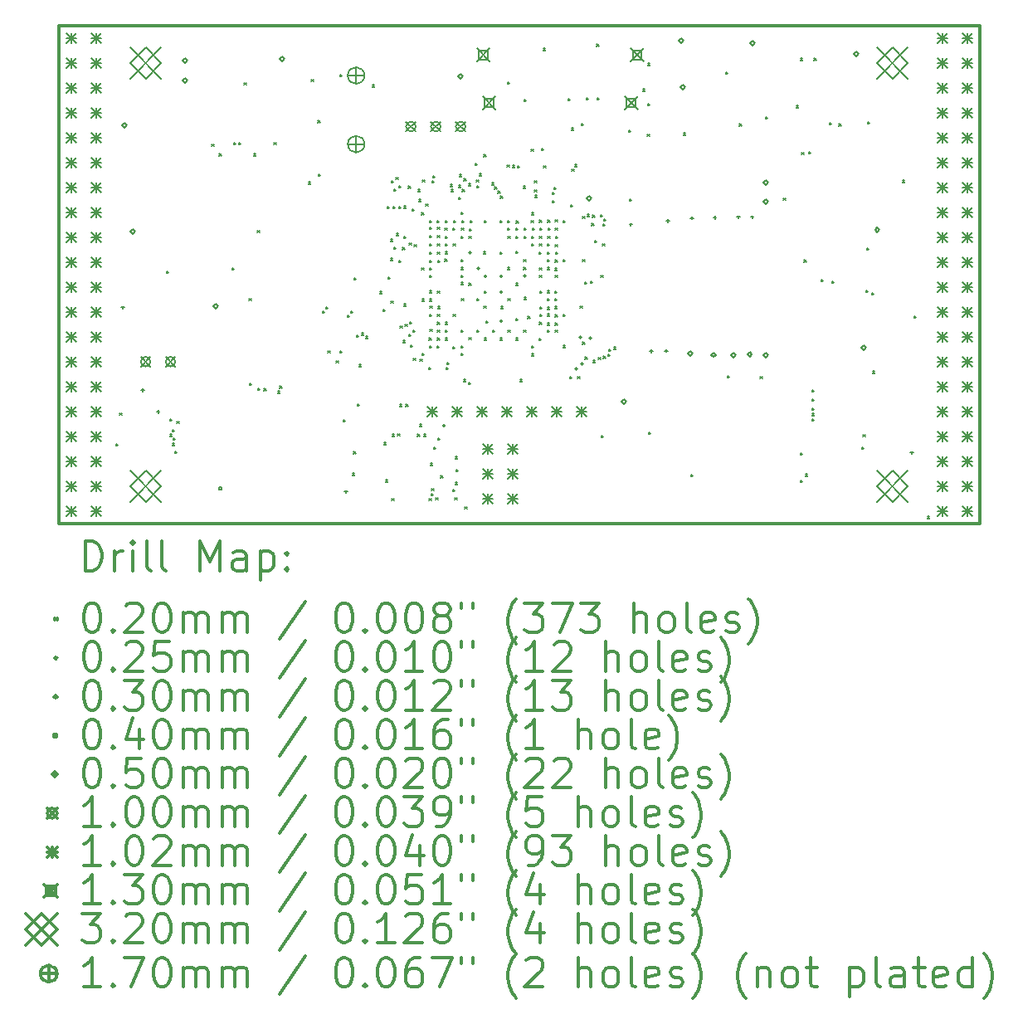
<source format=gbr>
%FSLAX45Y45*%
G04 Gerber Fmt 4.5, Leading zero omitted, Abs format (unit mm)*
G04 Created by KiCad (PCBNEW 5.0.0-rc2-dev-unknown+dfsg1+20180318-2) date Tue May 22 09:26:38 2018*
%MOMM*%
%LPD*%
G01*
G04 APERTURE LIST*
%ADD10C,0.300000*%
%ADD11C,0.200000*%
G04 APERTURE END LIST*
D10*
X9410000Y-6142000D02*
X9410000Y-11222000D01*
X18808000Y-6142000D02*
X9410000Y-6142000D01*
X18808000Y-11222000D02*
X18808000Y-6142000D01*
X9410000Y-11222000D02*
X18808000Y-11222000D01*
D11*
X9998000Y-10410000D02*
X10018000Y-10430000D01*
X10018000Y-10410000D02*
X9998000Y-10430000D01*
X10035000Y-10094400D02*
X10055000Y-10114400D01*
X10055000Y-10094400D02*
X10035000Y-10114400D01*
X10514501Y-8649556D02*
X10534501Y-8669556D01*
X10534501Y-8649556D02*
X10514501Y-8669556D01*
X10545314Y-10310867D02*
X10565314Y-10330867D01*
X10565314Y-10310867D02*
X10545314Y-10330867D01*
X10547276Y-10156132D02*
X10567276Y-10176132D01*
X10567276Y-10156132D02*
X10547276Y-10176132D01*
X10574100Y-10266721D02*
X10594100Y-10286721D01*
X10594100Y-10266721D02*
X10574100Y-10286721D01*
X10574777Y-10403885D02*
X10594777Y-10423885D01*
X10594777Y-10403885D02*
X10574777Y-10423885D01*
X10579048Y-10351357D02*
X10599048Y-10371357D01*
X10599048Y-10351357D02*
X10579048Y-10371357D01*
X10598875Y-10487404D02*
X10618875Y-10507404D01*
X10618875Y-10487404D02*
X10598875Y-10507404D01*
X10617613Y-10179347D02*
X10637613Y-10199347D01*
X10637613Y-10179347D02*
X10617613Y-10199347D01*
X10974000Y-7352000D02*
X10994000Y-7372000D01*
X10994000Y-7352000D02*
X10974000Y-7372000D01*
X11049908Y-7448938D02*
X11069908Y-7468938D01*
X11069908Y-7448938D02*
X11049908Y-7468938D01*
X11179522Y-8615379D02*
X11199522Y-8635379D01*
X11199522Y-8615379D02*
X11179522Y-8635379D01*
X11197485Y-7337442D02*
X11217485Y-7357442D01*
X11217485Y-7337442D02*
X11197485Y-7357442D01*
X11251427Y-7337442D02*
X11271427Y-7357442D01*
X11271427Y-7337442D02*
X11251427Y-7357442D01*
X11305725Y-6724363D02*
X11325725Y-6744363D01*
X11325725Y-6724363D02*
X11305725Y-6744363D01*
X11356061Y-8927572D02*
X11376061Y-8947572D01*
X11376061Y-8927572D02*
X11356061Y-8947572D01*
X11360000Y-9792000D02*
X11380000Y-9812000D01*
X11380000Y-9792000D02*
X11360000Y-9812000D01*
X11400408Y-7451220D02*
X11420408Y-7471220D01*
X11420408Y-7451220D02*
X11400408Y-7471220D01*
X11441393Y-8230943D02*
X11461393Y-8250943D01*
X11461393Y-8230943D02*
X11441393Y-8250943D01*
X11446099Y-9843956D02*
X11466099Y-9863956D01*
X11466099Y-9843956D02*
X11446099Y-9863956D01*
X11509063Y-9847239D02*
X11529063Y-9867239D01*
X11529063Y-9847239D02*
X11509063Y-9867239D01*
X11609800Y-7337442D02*
X11629800Y-7357442D01*
X11629800Y-7337442D02*
X11609800Y-7357442D01*
X11646959Y-9872885D02*
X11666959Y-9892885D01*
X11666959Y-9872885D02*
X11646959Y-9892885D01*
X11670000Y-9822000D02*
X11690000Y-9842000D01*
X11690000Y-9822000D02*
X11670000Y-9842000D01*
X11959215Y-7739412D02*
X11979215Y-7759412D01*
X11979215Y-7739412D02*
X11959215Y-7759412D01*
X11990800Y-6690800D02*
X12010800Y-6710800D01*
X12010800Y-6690800D02*
X11990800Y-6710800D01*
X12056498Y-7112736D02*
X12076498Y-7132736D01*
X12076498Y-7112736D02*
X12056498Y-7132736D01*
X12063993Y-7659408D02*
X12083993Y-7679408D01*
X12083993Y-7659408D02*
X12063993Y-7679408D01*
X12106600Y-9054800D02*
X12126600Y-9074800D01*
X12126600Y-9054800D02*
X12106600Y-9074800D01*
X12139415Y-9013562D02*
X12159415Y-9033562D01*
X12159415Y-9013562D02*
X12139415Y-9033562D01*
X12158748Y-9461825D02*
X12178748Y-9481825D01*
X12178748Y-9461825D02*
X12158748Y-9481825D01*
X12242792Y-9562590D02*
X12262792Y-9582590D01*
X12262792Y-9562590D02*
X12242792Y-9582590D01*
X12282618Y-6643232D02*
X12302618Y-6663232D01*
X12302618Y-6643232D02*
X12282618Y-6663232D01*
X12283265Y-9462436D02*
X12303265Y-9482436D01*
X12303265Y-9462436D02*
X12283265Y-9482436D01*
X12317388Y-10161592D02*
X12337388Y-10181592D01*
X12337388Y-10161592D02*
X12317388Y-10181592D01*
X12360966Y-9096472D02*
X12380966Y-9116472D01*
X12380966Y-9096472D02*
X12360966Y-9116472D01*
X12391502Y-9053519D02*
X12411502Y-9073519D01*
X12411502Y-9053519D02*
X12391502Y-9073519D01*
X12410242Y-10710764D02*
X12430242Y-10730764D01*
X12430242Y-10710764D02*
X12410242Y-10730764D01*
X12422216Y-10490236D02*
X12442216Y-10510236D01*
X12442216Y-10490236D02*
X12422216Y-10510236D01*
X12426118Y-8717437D02*
X12446118Y-8737437D01*
X12446118Y-8717437D02*
X12426118Y-8737437D01*
X12426118Y-8717437D02*
X12446118Y-8737437D01*
X12446118Y-8717437D02*
X12426118Y-8737437D01*
X12453269Y-9302035D02*
X12473269Y-9322035D01*
X12473269Y-9302035D02*
X12453269Y-9322035D01*
X12460744Y-10002698D02*
X12480744Y-10022698D01*
X12480744Y-10002698D02*
X12460744Y-10022698D01*
X12474902Y-9600287D02*
X12494902Y-9620287D01*
X12494902Y-9600287D02*
X12474902Y-9620287D01*
X12501033Y-9279764D02*
X12521033Y-9299764D01*
X12521033Y-9279764D02*
X12501033Y-9299764D01*
X12542510Y-9313676D02*
X12562510Y-9333676D01*
X12562510Y-9313676D02*
X12542510Y-9333676D01*
X12610450Y-6748537D02*
X12630450Y-6768537D01*
X12630450Y-6748537D02*
X12610450Y-6768537D01*
X12687018Y-8855931D02*
X12707018Y-8875931D01*
X12707018Y-8855931D02*
X12687018Y-8875931D01*
X12720111Y-9035435D02*
X12740111Y-9055435D01*
X12740111Y-9035435D02*
X12720111Y-9055435D01*
X12731909Y-10397773D02*
X12751909Y-10417773D01*
X12751909Y-10397773D02*
X12731909Y-10417773D01*
X12748660Y-10777504D02*
X12768660Y-10797504D01*
X12768660Y-10777504D02*
X12748660Y-10797504D01*
X12764988Y-7989114D02*
X12784988Y-8009114D01*
X12784988Y-7989114D02*
X12764988Y-8009114D01*
X12771035Y-8708207D02*
X12791035Y-8728207D01*
X12791035Y-8708207D02*
X12771035Y-8728207D01*
X12796207Y-8322888D02*
X12816207Y-8342888D01*
X12816207Y-8322888D02*
X12796207Y-8342888D01*
X12799179Y-8517702D02*
X12819179Y-8537702D01*
X12819179Y-8517702D02*
X12799179Y-8537702D01*
X12803679Y-8951152D02*
X12823679Y-8971152D01*
X12823679Y-8951152D02*
X12803679Y-8971152D01*
X12805201Y-7723267D02*
X12825201Y-7743267D01*
X12825201Y-7723267D02*
X12805201Y-7743267D01*
X12811634Y-10966034D02*
X12831634Y-10986034D01*
X12831634Y-10966034D02*
X12811634Y-10986034D01*
X12814780Y-10310898D02*
X12834780Y-10330898D01*
X12834780Y-10310898D02*
X12814780Y-10330898D01*
X12822879Y-7985310D02*
X12842879Y-8005310D01*
X12842879Y-7985310D02*
X12822879Y-8005310D01*
X12834680Y-7807951D02*
X12854680Y-7827951D01*
X12854680Y-7807951D02*
X12834680Y-7827951D01*
X12835268Y-8401687D02*
X12855268Y-8421687D01*
X12855268Y-8401687D02*
X12835268Y-8421687D01*
X12854493Y-7691566D02*
X12874493Y-7711566D01*
X12874493Y-7691566D02*
X12854493Y-7711566D01*
X12859178Y-8263722D02*
X12879178Y-8283722D01*
X12879178Y-8263722D02*
X12859178Y-8283722D01*
X12870682Y-10308590D02*
X12890682Y-10328590D01*
X12890682Y-10308590D02*
X12870682Y-10328590D01*
X12880857Y-7988548D02*
X12900857Y-8008548D01*
X12900857Y-7988548D02*
X12880857Y-8008548D01*
X12881301Y-8540585D02*
X12901301Y-8560585D01*
X12901301Y-8540585D02*
X12881301Y-8560585D01*
X12886175Y-7777882D02*
X12906175Y-7797882D01*
X12906175Y-7777882D02*
X12886175Y-7797882D01*
X12890520Y-10007480D02*
X12910520Y-10027480D01*
X12910520Y-10007480D02*
X12890520Y-10027480D01*
X12895573Y-9206272D02*
X12915573Y-9226272D01*
X12915573Y-9206272D02*
X12895573Y-9226272D01*
X12920256Y-8405350D02*
X12940256Y-8425350D01*
X12940256Y-8405350D02*
X12920256Y-8425350D01*
X12926203Y-9354578D02*
X12946203Y-9374578D01*
X12946203Y-9354578D02*
X12926203Y-9374578D01*
X12933760Y-7984679D02*
X12953760Y-8004679D01*
X12953760Y-7984679D02*
X12933760Y-8004679D01*
X12934924Y-8983794D02*
X12954924Y-9003794D01*
X12954924Y-8983794D02*
X12934924Y-9003794D01*
X12935809Y-8290406D02*
X12955809Y-8310406D01*
X12955809Y-8290406D02*
X12935809Y-8310406D01*
X12946857Y-9190566D02*
X12966857Y-9210566D01*
X12966857Y-9190566D02*
X12946857Y-9210566D01*
X12956000Y-10005500D02*
X12976000Y-10025500D01*
X12976000Y-10005500D02*
X12956000Y-10025500D01*
X12982095Y-7781082D02*
X13002095Y-7801082D01*
X13002095Y-7781082D02*
X12982095Y-7801082D01*
X12987271Y-9293510D02*
X13007271Y-9313510D01*
X13007271Y-9293510D02*
X12987271Y-9313510D01*
X12989202Y-8359151D02*
X13009202Y-8379151D01*
X13009202Y-8359151D02*
X12989202Y-8379151D01*
X12991955Y-9163298D02*
X13011955Y-9183298D01*
X13011955Y-9163298D02*
X12991955Y-9183298D01*
X13002337Y-9402267D02*
X13022337Y-9422267D01*
X13022337Y-9402267D02*
X13002337Y-9422267D01*
X13017215Y-8013821D02*
X13037215Y-8033821D01*
X13037215Y-8013821D02*
X13017215Y-8033821D01*
X13028454Y-9248473D02*
X13048454Y-9268473D01*
X13048454Y-9248473D02*
X13028454Y-9268473D01*
X13032200Y-9535600D02*
X13052200Y-9555600D01*
X13052200Y-9535600D02*
X13032200Y-9555600D01*
X13038793Y-8376986D02*
X13058793Y-8396986D01*
X13058793Y-8376986D02*
X13038793Y-8396986D01*
X13073948Y-10310899D02*
X13093948Y-10330899D01*
X13093948Y-10310899D02*
X13073948Y-10330899D01*
X13077859Y-7815329D02*
X13097859Y-7835329D01*
X13097859Y-7815329D02*
X13077859Y-7835329D01*
X13085264Y-7914901D02*
X13105264Y-7934901D01*
X13105264Y-7914901D02*
X13085264Y-7934901D01*
X13093907Y-10208700D02*
X13113907Y-10228700D01*
X13113907Y-10208700D02*
X13093907Y-10228700D01*
X13098471Y-9546418D02*
X13118471Y-9566418D01*
X13118471Y-9546418D02*
X13098471Y-9566418D01*
X13116430Y-8612711D02*
X13136430Y-8632711D01*
X13136430Y-8612711D02*
X13116430Y-8632711D01*
X13116518Y-8052178D02*
X13136518Y-8072178D01*
X13136518Y-8052178D02*
X13116518Y-8072178D01*
X13117950Y-8930733D02*
X13137950Y-8950733D01*
X13137950Y-8930733D02*
X13117950Y-8950733D01*
X13121616Y-9485914D02*
X13141616Y-9505914D01*
X13141616Y-9485914D02*
X13121616Y-9505914D01*
X13125345Y-7716470D02*
X13145345Y-7736470D01*
X13145345Y-7716470D02*
X13125345Y-7736470D01*
X13135385Y-10310829D02*
X13155385Y-10330829D01*
X13155385Y-10310829D02*
X13135385Y-10330829D01*
X13157757Y-7959799D02*
X13177757Y-7979799D01*
X13177757Y-7959799D02*
X13157757Y-7979799D01*
X13188633Y-9630479D02*
X13208633Y-9650479D01*
X13208633Y-9630479D02*
X13188633Y-9650479D01*
X13192441Y-10966678D02*
X13212441Y-10986678D01*
X13212441Y-10966678D02*
X13192441Y-10986678D01*
X13193199Y-9330000D02*
X13213199Y-9350000D01*
X13213199Y-9330000D02*
X13193199Y-9350000D01*
X13197562Y-8931064D02*
X13217562Y-8951064D01*
X13217562Y-8931064D02*
X13197562Y-8951064D01*
X13197734Y-9090201D02*
X13217734Y-9110201D01*
X13217734Y-9090201D02*
X13197734Y-9110201D01*
X13197902Y-8284734D02*
X13217902Y-8304734D01*
X13217902Y-8284734D02*
X13197902Y-8304734D01*
X13197999Y-8200333D02*
X13217999Y-8220333D01*
X13217999Y-8200333D02*
X13197999Y-8220333D01*
X13198000Y-8690000D02*
X13218000Y-8710000D01*
X13218000Y-8690000D02*
X13198000Y-8710000D01*
X13198000Y-9410000D02*
X13218000Y-9430000D01*
X13218000Y-9410000D02*
X13198000Y-9430000D01*
X13198303Y-8616041D02*
X13218303Y-8636041D01*
X13218303Y-8616041D02*
X13198303Y-8636041D01*
X13198368Y-8369136D02*
X13218368Y-8389136D01*
X13218368Y-8369136D02*
X13198368Y-8389136D01*
X13198405Y-8845827D02*
X13218405Y-8865827D01*
X13218405Y-8845827D02*
X13198405Y-8865827D01*
X13198801Y-8130801D02*
X13218801Y-8150801D01*
X13218801Y-8130801D02*
X13198801Y-8150801D01*
X13198979Y-8537938D02*
X13218979Y-8557938D01*
X13218979Y-8537938D02*
X13198979Y-8557938D01*
X13199289Y-8453537D02*
X13219289Y-8473537D01*
X13219289Y-8453537D02*
X13199289Y-8473537D01*
X13200000Y-9005799D02*
X13220000Y-9025799D01*
X13220000Y-9005799D02*
X13200000Y-9025799D01*
X13201075Y-9242748D02*
X13221075Y-9262748D01*
X13221075Y-9242748D02*
X13201075Y-9262748D01*
X13206286Y-10608587D02*
X13226286Y-10628587D01*
X13226286Y-10608587D02*
X13206286Y-10628587D01*
X13211973Y-10917729D02*
X13231973Y-10937729D01*
X13231973Y-10917729D02*
X13211973Y-10937729D01*
X13218587Y-10865445D02*
X13238587Y-10885445D01*
X13238587Y-10865445D02*
X13218587Y-10885445D01*
X13220903Y-7724256D02*
X13240903Y-7744256D01*
X13240903Y-7724256D02*
X13220903Y-7744256D01*
X13232873Y-7672932D02*
X13252873Y-7692932D01*
X13252873Y-7672932D02*
X13232873Y-7692932D01*
X13236800Y-10440341D02*
X13256800Y-10460341D01*
X13256800Y-10440341D02*
X13236800Y-10460341D01*
X13260800Y-10958000D02*
X13280800Y-10978000D01*
X13280800Y-10958000D02*
X13260800Y-10978000D01*
X13272048Y-8130098D02*
X13292048Y-8150098D01*
X13292048Y-8130098D02*
X13272048Y-8150098D01*
X13274623Y-9409707D02*
X13294623Y-9429707D01*
X13294623Y-9409707D02*
X13274623Y-9429707D01*
X13277261Y-8284735D02*
X13297261Y-8304735D01*
X13297261Y-8284735D02*
X13277261Y-8304735D01*
X13278000Y-8200334D02*
X13298000Y-8220334D01*
X13298000Y-8200334D02*
X13278000Y-8220334D01*
X13278000Y-8850000D02*
X13298000Y-8870000D01*
X13298000Y-8850000D02*
X13278000Y-8870000D01*
X13278000Y-9090000D02*
X13298000Y-9110000D01*
X13298000Y-9090000D02*
X13278000Y-9110000D01*
X13278000Y-9170000D02*
X13298000Y-9190000D01*
X13298000Y-9170000D02*
X13278000Y-9190000D01*
X13278000Y-9250000D02*
X13298000Y-9270000D01*
X13298000Y-9250000D02*
X13278000Y-9270000D01*
X13278000Y-9330000D02*
X13298000Y-9350000D01*
X13298000Y-9330000D02*
X13278000Y-9350000D01*
X13278175Y-8369136D02*
X13298175Y-8389136D01*
X13298175Y-8369136D02*
X13278175Y-8389136D01*
X13278218Y-8453537D02*
X13298218Y-8473537D01*
X13298218Y-8453537D02*
X13278218Y-8473537D01*
X13279688Y-8536938D02*
X13299688Y-8556938D01*
X13299688Y-8536938D02*
X13279688Y-8556938D01*
X13280000Y-9008000D02*
X13300000Y-9028000D01*
X13300000Y-9008000D02*
X13280000Y-9028000D01*
X13282849Y-10350134D02*
X13302849Y-10370134D01*
X13302849Y-10350134D02*
X13282849Y-10370134D01*
X13311600Y-10736500D02*
X13331600Y-10756500D01*
X13331600Y-10736500D02*
X13311600Y-10756500D01*
X13352314Y-8526642D02*
X13372314Y-8546642D01*
X13372314Y-8526642D02*
X13352314Y-8546642D01*
X13354839Y-8209060D02*
X13374839Y-8229060D01*
X13374839Y-8209060D02*
X13354839Y-8229060D01*
X13356449Y-8131468D02*
X13376449Y-8151468D01*
X13376449Y-8131468D02*
X13356449Y-8151468D01*
X13357194Y-8449520D02*
X13377194Y-8469520D01*
X13377194Y-8449520D02*
X13357194Y-8469520D01*
X13358000Y-8290000D02*
X13378000Y-8310000D01*
X13378000Y-8290000D02*
X13358000Y-8310000D01*
X13358000Y-8370000D02*
X13378000Y-8390000D01*
X13378000Y-8370000D02*
X13358000Y-8390000D01*
X13358000Y-9170000D02*
X13378000Y-9190000D01*
X13378000Y-9170000D02*
X13358000Y-9190000D01*
X13358000Y-9250000D02*
X13378000Y-9270000D01*
X13378000Y-9250000D02*
X13358000Y-9270000D01*
X13358548Y-9330230D02*
X13378548Y-9350230D01*
X13378548Y-9330230D02*
X13358548Y-9350230D01*
X13366285Y-9629515D02*
X13386285Y-9649515D01*
X13386285Y-9629515D02*
X13366285Y-9649515D01*
X13375239Y-9577580D02*
X13395239Y-9597580D01*
X13395239Y-9577580D02*
X13375239Y-9597580D01*
X13407730Y-7762109D02*
X13427730Y-7782109D01*
X13427730Y-7762109D02*
X13407730Y-7782109D01*
X13415018Y-7815381D02*
X13435018Y-7835381D01*
X13435018Y-7815381D02*
X13415018Y-7835381D01*
X13433398Y-8208015D02*
X13453398Y-8228015D01*
X13453398Y-8208015D02*
X13433398Y-8228015D01*
X13435582Y-9416717D02*
X13455582Y-9436717D01*
X13455582Y-9416717D02*
X13435582Y-9436717D01*
X13436400Y-10874197D02*
X13456400Y-10894197D01*
X13456400Y-10874197D02*
X13436400Y-10894197D01*
X13438000Y-8370000D02*
X13458000Y-8390000D01*
X13458000Y-8370000D02*
X13438000Y-8390000D01*
X13438000Y-9090000D02*
X13458000Y-9110000D01*
X13458000Y-9090000D02*
X13438000Y-9110000D01*
X13440850Y-8130675D02*
X13460850Y-8150675D01*
X13460850Y-8130675D02*
X13440850Y-8150675D01*
X13453687Y-10961995D02*
X13473687Y-10981995D01*
X13473687Y-10961995D02*
X13453687Y-10981995D01*
X13457587Y-10803159D02*
X13477587Y-10823159D01*
X13477587Y-10803159D02*
X13457587Y-10823159D01*
X13460735Y-10540845D02*
X13480735Y-10560845D01*
X13480735Y-10540845D02*
X13460735Y-10560845D01*
X13465065Y-10671051D02*
X13485065Y-10691051D01*
X13485065Y-10671051D02*
X13465065Y-10691051D01*
X13492132Y-7892495D02*
X13512132Y-7912495D01*
X13512132Y-7892495D02*
X13492132Y-7912495D01*
X13493478Y-7773120D02*
X13513478Y-7793120D01*
X13513478Y-7773120D02*
X13493478Y-7793120D01*
X13502968Y-7663013D02*
X13522968Y-7683013D01*
X13522968Y-7663013D02*
X13502968Y-7683013D01*
X13516300Y-8762700D02*
X13536300Y-8782700D01*
X13536300Y-8762700D02*
X13516300Y-8782700D01*
X13518000Y-8292201D02*
X13538000Y-8312201D01*
X13538000Y-8292201D02*
X13518000Y-8312201D01*
X13518000Y-8530000D02*
X13538000Y-8550000D01*
X13538000Y-8530000D02*
X13518000Y-8550000D01*
X13518000Y-8610000D02*
X13538000Y-8630000D01*
X13538000Y-8610000D02*
X13518000Y-8630000D01*
X13518000Y-8690000D02*
X13538000Y-8710000D01*
X13538000Y-8690000D02*
X13518000Y-8710000D01*
X13518000Y-9250000D02*
X13538000Y-9270000D01*
X13538000Y-9250000D02*
X13518000Y-9270000D01*
X13518128Y-8048312D02*
X13538128Y-8068312D01*
X13538128Y-8048312D02*
X13518128Y-8068312D01*
X13518463Y-9488530D02*
X13538463Y-9508530D01*
X13538463Y-9488530D02*
X13518463Y-9508530D01*
X13518862Y-9412562D02*
X13538862Y-9432562D01*
X13538862Y-9412562D02*
X13518862Y-9432562D01*
X13521538Y-8209385D02*
X13541538Y-8229385D01*
X13541538Y-8209385D02*
X13521538Y-8229385D01*
X13524276Y-8928163D02*
X13544276Y-8948163D01*
X13544276Y-8928163D02*
X13524276Y-8948163D01*
X13525957Y-8129544D02*
X13545957Y-8149544D01*
X13545957Y-8129544D02*
X13525957Y-8149544D01*
X13531439Y-7812965D02*
X13551439Y-7832965D01*
X13551439Y-7812965D02*
X13531439Y-7832965D01*
X13541700Y-9753300D02*
X13561700Y-9773300D01*
X13561700Y-9753300D02*
X13541700Y-9773300D01*
X13548770Y-7704070D02*
X13568770Y-7724070D01*
X13568770Y-7704070D02*
X13548770Y-7724070D01*
X13555656Y-11051071D02*
X13575656Y-11071071D01*
X13575656Y-11051071D02*
X13555656Y-11071071D01*
X13594882Y-7754550D02*
X13614882Y-7774550D01*
X13614882Y-7754550D02*
X13594882Y-7774550D01*
X13595027Y-9781423D02*
X13615027Y-9801423D01*
X13615027Y-9781423D02*
X13595027Y-9801423D01*
X13598000Y-8290000D02*
X13618000Y-8310000D01*
X13618000Y-8290000D02*
X13598000Y-8310000D01*
X13598000Y-8770000D02*
X13618000Y-8790000D01*
X13618000Y-8770000D02*
X13598000Y-8790000D01*
X13599596Y-9326965D02*
X13619596Y-9346965D01*
X13619596Y-9326965D02*
X13599596Y-9346965D01*
X13602455Y-8216004D02*
X13622455Y-8236004D01*
X13622455Y-8216004D02*
X13602455Y-8236004D01*
X13613334Y-8133723D02*
X13633334Y-8153723D01*
X13633334Y-8133723D02*
X13613334Y-8153723D01*
X13664259Y-7547941D02*
X13684259Y-7567941D01*
X13684259Y-7547941D02*
X13664259Y-7567941D01*
X13676320Y-7718760D02*
X13696320Y-7738760D01*
X13696320Y-7718760D02*
X13676320Y-7738760D01*
X13678000Y-8930000D02*
X13698000Y-8950000D01*
X13698000Y-8930000D02*
X13678000Y-8950000D01*
X13678000Y-9250000D02*
X13698000Y-9270000D01*
X13698000Y-9250000D02*
X13678000Y-9270000D01*
X13679461Y-7776107D02*
X13699461Y-7796107D01*
X13699461Y-7776107D02*
X13679461Y-7796107D01*
X13707437Y-7652487D02*
X13727437Y-7672487D01*
X13727437Y-7652487D02*
X13707437Y-7672487D01*
X13745078Y-8447729D02*
X13765078Y-8467729D01*
X13765078Y-8447729D02*
X13745078Y-8467729D01*
X13752489Y-9002290D02*
X13772489Y-9022290D01*
X13772489Y-9002290D02*
X13752489Y-9022290D01*
X13752520Y-7459680D02*
X13772520Y-7479680D01*
X13772520Y-7459680D02*
X13752520Y-7479680D01*
X13758000Y-8130000D02*
X13778000Y-8150000D01*
X13778000Y-8130000D02*
X13758000Y-8150000D01*
X13758000Y-8850000D02*
X13778000Y-8870000D01*
X13778000Y-8850000D02*
X13758000Y-8870000D01*
X13758000Y-9330000D02*
X13778000Y-9350000D01*
X13778000Y-9330000D02*
X13758000Y-9350000D01*
X13770300Y-9156400D02*
X13790300Y-9176400D01*
X13790300Y-9156400D02*
X13770300Y-9176400D01*
X13830592Y-7745154D02*
X13850592Y-7765154D01*
X13850592Y-7745154D02*
X13830592Y-7765154D01*
X13838000Y-9250000D02*
X13858000Y-9270000D01*
X13858000Y-9250000D02*
X13838000Y-9270000D01*
X13862293Y-7788159D02*
X13882293Y-7808159D01*
X13882293Y-7788159D02*
X13862293Y-7808159D01*
X13893994Y-7831909D02*
X13913994Y-7851909D01*
X13913994Y-7831909D02*
X13893994Y-7851909D01*
X13917252Y-8451135D02*
X13937252Y-8471135D01*
X13937252Y-8451135D02*
X13917252Y-8471135D01*
X13918000Y-8130000D02*
X13938000Y-8150000D01*
X13938000Y-8130000D02*
X13918000Y-8150000D01*
X13918000Y-9330000D02*
X13938000Y-9350000D01*
X13938000Y-9330000D02*
X13918000Y-9350000D01*
X13921466Y-7881869D02*
X13941466Y-7901869D01*
X13941466Y-7881869D02*
X13921466Y-7901869D01*
X13922232Y-9006404D02*
X13942232Y-9026404D01*
X13942232Y-9006404D02*
X13922232Y-9026404D01*
X13989274Y-7564800D02*
X14009274Y-7584800D01*
X14009274Y-7564800D02*
X13989274Y-7584800D01*
X13991460Y-8609297D02*
X14011460Y-8629297D01*
X14011460Y-8609297D02*
X13991460Y-8629297D01*
X13992898Y-8130000D02*
X14012898Y-8150000D01*
X14012898Y-8130000D02*
X13992898Y-8150000D01*
X13992898Y-8210000D02*
X14012898Y-8230000D01*
X14012898Y-8210000D02*
X13992898Y-8230000D01*
X13993243Y-6718693D02*
X14013243Y-6738693D01*
X14013243Y-6718693D02*
X13993243Y-6738693D01*
X13996000Y-8292000D02*
X14016000Y-8312000D01*
X14016000Y-8292000D02*
X13996000Y-8312000D01*
X13998000Y-8930000D02*
X14018000Y-8950000D01*
X14018000Y-8930000D02*
X13998000Y-8950000D01*
X13998000Y-9250000D02*
X14018000Y-9270000D01*
X14018000Y-9250000D02*
X13998000Y-9270000D01*
X14041773Y-7569399D02*
X14061773Y-7589399D01*
X14061773Y-7569399D02*
X14041773Y-7589399D01*
X14076133Y-8294127D02*
X14096133Y-8314127D01*
X14096133Y-8294127D02*
X14076133Y-8314127D01*
X14077299Y-8207716D02*
X14097299Y-8227716D01*
X14097299Y-8207716D02*
X14077299Y-8227716D01*
X14077419Y-9133335D02*
X14097419Y-9153335D01*
X14097419Y-9133335D02*
X14077419Y-9153335D01*
X14077693Y-8445254D02*
X14097693Y-8465254D01*
X14097693Y-8445254D02*
X14077693Y-8465254D01*
X14078000Y-9330000D02*
X14098000Y-9350000D01*
X14098000Y-9330000D02*
X14078000Y-9350000D01*
X14079623Y-8771623D02*
X14099623Y-8791623D01*
X14099623Y-8771623D02*
X14079623Y-8791623D01*
X14082264Y-8134744D02*
X14102264Y-8154744D01*
X14102264Y-8134744D02*
X14082264Y-8154744D01*
X14094211Y-7574661D02*
X14114211Y-7594661D01*
X14114211Y-7574661D02*
X14094211Y-7594661D01*
X14118066Y-9754201D02*
X14138066Y-9774201D01*
X14138066Y-9754201D02*
X14118066Y-9774201D01*
X14152481Y-7781450D02*
X14172481Y-7801450D01*
X14172481Y-7781450D02*
X14152481Y-7801450D01*
X14158000Y-8530000D02*
X14178000Y-8550000D01*
X14178000Y-8530000D02*
X14158000Y-8550000D01*
X14158000Y-8610000D02*
X14178000Y-8630000D01*
X14178000Y-8610000D02*
X14158000Y-8630000D01*
X14158000Y-9250000D02*
X14178000Y-9270000D01*
X14178000Y-9250000D02*
X14158000Y-9270000D01*
X14162701Y-8209494D02*
X14182701Y-8229494D01*
X14182701Y-8209494D02*
X14162701Y-8229494D01*
X14162701Y-8289887D02*
X14182701Y-8309887D01*
X14182701Y-8289887D02*
X14162701Y-8309887D01*
X14164000Y-8915099D02*
X14184000Y-8935099D01*
X14184000Y-8915099D02*
X14164000Y-8935099D01*
X14164285Y-6893836D02*
X14184285Y-6913836D01*
X14184285Y-6893836D02*
X14164285Y-6913836D01*
X14200722Y-9110102D02*
X14220722Y-9130102D01*
X14220722Y-9110102D02*
X14200722Y-9130102D01*
X14233699Y-7403800D02*
X14253699Y-7423800D01*
X14253699Y-7403800D02*
X14233699Y-7423800D01*
X14235032Y-8132000D02*
X14255032Y-8152000D01*
X14255032Y-8132000D02*
X14235032Y-8152000D01*
X14236000Y-8052000D02*
X14256000Y-8072000D01*
X14256000Y-8052000D02*
X14236000Y-8072000D01*
X14236000Y-8292000D02*
X14256000Y-8312000D01*
X14256000Y-8292000D02*
X14236000Y-8312000D01*
X14238000Y-8370000D02*
X14258000Y-8390000D01*
X14258000Y-8370000D02*
X14238000Y-8390000D01*
X14238000Y-9410000D02*
X14258000Y-9430000D01*
X14258000Y-9410000D02*
X14238000Y-9430000D01*
X14238000Y-9490000D02*
X14258000Y-9510000D01*
X14258000Y-9490000D02*
X14238000Y-9510000D01*
X14247102Y-8210435D02*
X14267102Y-8230435D01*
X14267102Y-8210435D02*
X14247102Y-8230435D01*
X14268441Y-7818307D02*
X14288441Y-7838307D01*
X14288441Y-7818307D02*
X14268441Y-7838307D01*
X14268583Y-7724192D02*
X14288583Y-7744192D01*
X14288583Y-7724192D02*
X14268583Y-7744192D01*
X14271130Y-7874603D02*
X14291130Y-7894603D01*
X14291130Y-7874603D02*
X14271130Y-7894603D01*
X14316000Y-8452000D02*
X14336000Y-8472000D01*
X14336000Y-8452000D02*
X14316000Y-8472000D01*
X14316969Y-9331491D02*
X14336969Y-9351491D01*
X14336969Y-9331491D02*
X14316969Y-9351491D01*
X14318000Y-8370000D02*
X14338000Y-8390000D01*
X14338000Y-8370000D02*
X14318000Y-8390000D01*
X14318000Y-8690000D02*
X14338000Y-8710000D01*
X14338000Y-8690000D02*
X14318000Y-8710000D01*
X14318000Y-9170000D02*
X14338000Y-9190000D01*
X14338000Y-9170000D02*
X14318000Y-9190000D01*
X14318740Y-8294201D02*
X14338740Y-8314201D01*
X14338740Y-8294201D02*
X14318740Y-8314201D01*
X14319433Y-8127729D02*
X14339433Y-8147729D01*
X14339433Y-8127729D02*
X14319433Y-8147729D01*
X14320000Y-8612000D02*
X14340000Y-8632000D01*
X14340000Y-8612000D02*
X14320000Y-8632000D01*
X14322201Y-8849503D02*
X14342201Y-8869503D01*
X14342201Y-8849503D02*
X14322201Y-8869503D01*
X14322201Y-9010195D02*
X14342201Y-9030195D01*
X14342201Y-9010195D02*
X14322201Y-9030195D01*
X14322201Y-9090066D02*
X14342201Y-9110066D01*
X14342201Y-9090066D02*
X14322201Y-9110066D01*
X14323265Y-8209799D02*
X14343265Y-8229799D01*
X14343265Y-8209799D02*
X14323265Y-8229799D01*
X14341800Y-7397450D02*
X14361800Y-7417450D01*
X14361800Y-7397450D02*
X14341800Y-7417450D01*
X14355067Y-6376252D02*
X14375067Y-6396252D01*
X14375067Y-6376252D02*
X14355067Y-6396252D01*
X14360888Y-7571730D02*
X14380888Y-7591730D01*
X14380888Y-7571730D02*
X14360888Y-7591730D01*
X14396483Y-9177765D02*
X14416483Y-9197765D01*
X14416483Y-9177765D02*
X14396483Y-9197765D01*
X14397624Y-8929530D02*
X14417624Y-8949530D01*
X14417624Y-8929530D02*
X14397624Y-8949530D01*
X14397701Y-9016697D02*
X14417701Y-9036697D01*
X14417701Y-9016697D02*
X14397701Y-9036697D01*
X14398000Y-8610000D02*
X14418000Y-8630000D01*
X14418000Y-8610000D02*
X14398000Y-8630000D01*
X14398000Y-9085650D02*
X14418000Y-9105650D01*
X14418000Y-9085650D02*
X14398000Y-9105650D01*
X14398283Y-8848451D02*
X14418283Y-8868451D01*
X14418283Y-8848451D02*
X14398283Y-8868451D01*
X14400201Y-8529722D02*
X14420201Y-8549722D01*
X14420201Y-8529722D02*
X14400201Y-8549722D01*
X14400319Y-8367799D02*
X14420319Y-8387799D01*
X14420319Y-8367799D02*
X14400319Y-8387799D01*
X14400350Y-8456040D02*
X14420350Y-8476040D01*
X14420350Y-8456040D02*
X14400350Y-8476040D01*
X14401325Y-9248876D02*
X14421325Y-9268876D01*
X14421325Y-9248876D02*
X14401325Y-9268876D01*
X14403141Y-8290000D02*
X14423141Y-8310000D01*
X14423141Y-8290000D02*
X14403141Y-8310000D01*
X14403835Y-8128377D02*
X14423835Y-8148377D01*
X14423835Y-8128377D02*
X14403835Y-8148377D01*
X14407666Y-8210000D02*
X14427666Y-8230000D01*
X14427666Y-8210000D02*
X14407666Y-8230000D01*
X14450634Y-7841735D02*
X14470634Y-7861735D01*
X14470634Y-7841735D02*
X14450634Y-7861735D01*
X14450634Y-7926136D02*
X14470634Y-7946136D01*
X14470634Y-7926136D02*
X14450634Y-7946136D01*
X14469153Y-7792394D02*
X14489153Y-7812394D01*
X14489153Y-7792394D02*
X14469153Y-7812394D01*
X14475676Y-8924990D02*
X14495676Y-8944990D01*
X14495676Y-8924990D02*
X14475676Y-8944990D01*
X14476724Y-9009392D02*
X14496724Y-9029392D01*
X14496724Y-9009392D02*
X14476724Y-9029392D01*
X14477515Y-8619275D02*
X14497515Y-8639275D01*
X14497515Y-8619275D02*
X14477515Y-8639275D01*
X14477765Y-8852201D02*
X14497765Y-8872201D01*
X14497765Y-8852201D02*
X14477765Y-8872201D01*
X14478235Y-9247799D02*
X14498235Y-9267799D01*
X14498235Y-9247799D02*
X14478235Y-9267799D01*
X14478778Y-8123192D02*
X14498778Y-8143192D01*
X14498778Y-8123192D02*
X14478778Y-8143192D01*
X14478812Y-8207593D02*
X14498812Y-8227593D01*
X14498812Y-8207593D02*
X14478812Y-8227593D01*
X14478935Y-8534874D02*
X14498935Y-8554874D01*
X14498935Y-8534874D02*
X14478935Y-8554874D01*
X14479160Y-9178194D02*
X14499160Y-9198194D01*
X14499160Y-9178194D02*
X14479160Y-9198194D01*
X14479432Y-8687756D02*
X14499432Y-8707756D01*
X14499432Y-8687756D02*
X14479432Y-8707756D01*
X14479670Y-8376395D02*
X14499670Y-8396395D01*
X14499670Y-8376395D02*
X14479670Y-8396395D01*
X14480294Y-9093793D02*
X14500294Y-9113793D01*
X14500294Y-9093793D02*
X14480294Y-9113793D01*
X14481241Y-8455796D02*
X14501241Y-8475796D01*
X14501241Y-8455796D02*
X14481241Y-8475796D01*
X14481689Y-8291994D02*
X14501689Y-8311994D01*
X14501689Y-8291994D02*
X14481689Y-8311994D01*
X14557281Y-8529606D02*
X14577281Y-8549606D01*
X14577281Y-8529606D02*
X14557281Y-8549606D01*
X14558000Y-8130512D02*
X14578000Y-8150512D01*
X14578000Y-8130512D02*
X14558000Y-8150512D01*
X14558739Y-9089665D02*
X14578739Y-9109665D01*
X14578739Y-9089665D02*
X14558739Y-9109665D01*
X14559124Y-9406675D02*
X14579124Y-9426675D01*
X14579124Y-9406675D02*
X14559124Y-9426675D01*
X14613342Y-6884608D02*
X14633342Y-6904608D01*
X14633342Y-6884608D02*
X14613342Y-6904608D01*
X14629479Y-9723392D02*
X14649479Y-9743392D01*
X14649479Y-9723392D02*
X14629479Y-9743392D01*
X14638141Y-7971938D02*
X14658141Y-7991938D01*
X14658141Y-7971938D02*
X14638141Y-7991938D01*
X14646600Y-7187900D02*
X14666600Y-7207900D01*
X14666600Y-7187900D02*
X14646600Y-7207900D01*
X14648744Y-7607406D02*
X14668744Y-7627406D01*
X14668744Y-7607406D02*
X14648744Y-7627406D01*
X14680980Y-7560789D02*
X14700980Y-7580789D01*
X14700980Y-7560789D02*
X14680980Y-7580789D01*
X14707598Y-9723392D02*
X14727598Y-9743392D01*
X14727598Y-9723392D02*
X14707598Y-9743392D01*
X14733095Y-9001248D02*
X14753095Y-9021248D01*
X14753095Y-9001248D02*
X14733095Y-9021248D01*
X14748200Y-7143450D02*
X14768200Y-7163450D01*
X14768200Y-7143450D02*
X14748200Y-7163450D01*
X14758739Y-8527409D02*
X14778739Y-8547409D01*
X14778739Y-8527409D02*
X14758739Y-8547409D01*
X14758831Y-8088311D02*
X14778831Y-8108311D01*
X14778831Y-8088311D02*
X14758831Y-8108311D01*
X14760000Y-9372000D02*
X14780000Y-9392000D01*
X14780000Y-9372000D02*
X14760000Y-9392000D01*
X14781079Y-8758342D02*
X14801079Y-8778342D01*
X14801079Y-8758342D02*
X14781079Y-8778342D01*
X14782886Y-9523902D02*
X14802886Y-9543902D01*
X14802886Y-9523902D02*
X14782886Y-9543902D01*
X14799000Y-6876750D02*
X14819000Y-6896750D01*
X14819000Y-6876750D02*
X14799000Y-6896750D01*
X14807525Y-8068155D02*
X14827525Y-8088155D01*
X14827525Y-8068155D02*
X14807525Y-8088155D01*
X14838354Y-8752346D02*
X14858354Y-8772346D01*
X14858354Y-8752346D02*
X14838354Y-8772346D01*
X14851066Y-8160586D02*
X14871066Y-8180586D01*
X14871066Y-8160586D02*
X14851066Y-8180586D01*
X14859611Y-8076185D02*
X14879611Y-8096185D01*
X14879611Y-8076185D02*
X14859611Y-8096185D01*
X14864798Y-9556963D02*
X14884798Y-9576963D01*
X14884798Y-9556963D02*
X14864798Y-9576963D01*
X14882151Y-8334201D02*
X14902151Y-8354201D01*
X14902151Y-8334201D02*
X14882151Y-8354201D01*
X14903412Y-6332405D02*
X14923412Y-6352405D01*
X14923412Y-6332405D02*
X14903412Y-6352405D01*
X14906950Y-6876750D02*
X14926950Y-6896750D01*
X14926950Y-6876750D02*
X14906950Y-6896750D01*
X14918439Y-9527799D02*
X14938439Y-9547799D01*
X14938439Y-9527799D02*
X14918439Y-9547799D01*
X14942722Y-8073801D02*
X14962722Y-8093801D01*
X14962722Y-8073801D02*
X14942722Y-8093801D01*
X14945314Y-8688944D02*
X14965314Y-8708944D01*
X14965314Y-8688944D02*
X14945314Y-8708944D01*
X14947728Y-10322085D02*
X14967728Y-10342085D01*
X14967728Y-10322085D02*
X14947728Y-10342085D01*
X14963249Y-8370769D02*
X14983249Y-8390769D01*
X14983249Y-8370769D02*
X14963249Y-8390769D01*
X14968729Y-8167499D02*
X14988729Y-8187499D01*
X14988729Y-8167499D02*
X14968729Y-8187499D01*
X14969589Y-9515108D02*
X14989589Y-9535108D01*
X14989589Y-9515108D02*
X14969589Y-9535108D01*
X14975319Y-8115211D02*
X14995319Y-8135211D01*
X14995319Y-8115211D02*
X14975319Y-8135211D01*
X15017890Y-9494025D02*
X15037890Y-9514025D01*
X15037890Y-9494025D02*
X15017890Y-9514025D01*
X15024597Y-9441753D02*
X15044597Y-9461753D01*
X15044597Y-9441753D02*
X15024597Y-9461753D01*
X15078921Y-9423257D02*
X15098921Y-9443257D01*
X15098921Y-9423257D02*
X15078921Y-9443257D01*
X15230800Y-7206950D02*
X15250800Y-7226950D01*
X15250800Y-7206950D02*
X15230800Y-7226950D01*
X15239707Y-7909347D02*
X15259707Y-7929347D01*
X15259707Y-7909347D02*
X15239707Y-7929347D01*
X15370500Y-6789627D02*
X15390500Y-6809627D01*
X15390500Y-6789627D02*
X15370500Y-6809627D01*
X15419800Y-7249600D02*
X15439800Y-7269600D01*
X15439800Y-7249600D02*
X15419800Y-7269600D01*
X15421300Y-6527500D02*
X15441300Y-6547500D01*
X15441300Y-6527500D02*
X15421300Y-6547500D01*
X15421300Y-6940250D02*
X15441300Y-6960250D01*
X15441300Y-6940250D02*
X15421300Y-6960250D01*
X15432558Y-10288777D02*
X15452558Y-10308777D01*
X15452558Y-10288777D02*
X15432558Y-10308777D01*
X15789600Y-7238700D02*
X15809600Y-7258700D01*
X15809600Y-7238700D02*
X15789600Y-7258700D01*
X15861665Y-10722518D02*
X15881665Y-10742518D01*
X15881665Y-10722518D02*
X15861665Y-10742518D01*
X16217147Y-6618496D02*
X16237147Y-6638496D01*
X16237147Y-6618496D02*
X16217147Y-6638496D01*
X16234100Y-9717000D02*
X16254100Y-9737000D01*
X16254100Y-9717000D02*
X16234100Y-9737000D01*
X16360322Y-7144216D02*
X16380322Y-7164216D01*
X16380322Y-7144216D02*
X16360322Y-7164216D01*
X16570337Y-9724488D02*
X16590337Y-9744488D01*
X16590337Y-9724488D02*
X16570337Y-9744488D01*
X16625348Y-7073546D02*
X16645348Y-7093546D01*
X16645348Y-7073546D02*
X16625348Y-7093546D01*
X16806644Y-7900804D02*
X16826644Y-7920804D01*
X16826644Y-7900804D02*
X16806644Y-7920804D01*
X16941704Y-6958649D02*
X16961704Y-6978649D01*
X16961704Y-6958649D02*
X16941704Y-6978649D01*
X16981900Y-6474900D02*
X17001900Y-6494900D01*
X17001900Y-6474900D02*
X16981900Y-6494900D01*
X16983400Y-10502600D02*
X17003400Y-10522600D01*
X17003400Y-10502600D02*
X16983400Y-10522600D01*
X16983400Y-10782000D02*
X17003400Y-10802000D01*
X17003400Y-10782000D02*
X16983400Y-10802000D01*
X16992648Y-7438502D02*
X17012648Y-7458502D01*
X17012648Y-7438502D02*
X16992648Y-7458502D01*
X17020954Y-8534153D02*
X17040954Y-8554153D01*
X17040954Y-8534153D02*
X17020954Y-8554153D01*
X17031101Y-10718620D02*
X17051101Y-10738620D01*
X17051101Y-10718620D02*
X17031101Y-10738620D01*
X17063907Y-7430637D02*
X17083907Y-7450637D01*
X17083907Y-7430637D02*
X17063907Y-7450637D01*
X17098912Y-9856600D02*
X17118912Y-9876600D01*
X17118912Y-9856600D02*
X17098912Y-9876600D01*
X17098912Y-9951966D02*
X17118912Y-9971966D01*
X17118912Y-9951966D02*
X17098912Y-9971966D01*
X17098912Y-10045982D02*
X17118912Y-10065982D01*
X17118912Y-10045982D02*
X17098912Y-10065982D01*
X17098912Y-10098683D02*
X17118912Y-10118683D01*
X17118912Y-10098683D02*
X17098912Y-10118683D01*
X17098912Y-10155324D02*
X17118912Y-10175324D01*
X17118912Y-10155324D02*
X17098912Y-10175324D01*
X17121600Y-6474900D02*
X17141600Y-6494900D01*
X17141600Y-6474900D02*
X17121600Y-6494900D01*
X17194707Y-8733845D02*
X17214707Y-8753845D01*
X17214707Y-8733845D02*
X17194707Y-8753845D01*
X17275372Y-7130727D02*
X17295372Y-7150727D01*
X17295372Y-7130727D02*
X17275372Y-7150727D01*
X17303795Y-8749428D02*
X17323795Y-8769428D01*
X17323795Y-8749428D02*
X17303795Y-8769428D01*
X17375600Y-7143899D02*
X17395600Y-7163899D01*
X17395600Y-7143899D02*
X17375600Y-7163899D01*
X17608573Y-10442076D02*
X17628573Y-10462076D01*
X17628573Y-10442076D02*
X17608573Y-10462076D01*
X17620559Y-10317981D02*
X17640559Y-10337981D01*
X17640559Y-10317981D02*
X17620559Y-10337981D01*
X17650543Y-8840716D02*
X17670543Y-8860716D01*
X17670543Y-8840716D02*
X17650543Y-8860716D01*
X17660000Y-8412000D02*
X17680000Y-8432000D01*
X17680000Y-8412000D02*
X17660000Y-8432000D01*
X17669708Y-7124179D02*
X17689708Y-7144179D01*
X17689708Y-7124179D02*
X17669708Y-7144179D01*
X17711107Y-8866403D02*
X17731107Y-8886403D01*
X17731107Y-8866403D02*
X17711107Y-8886403D01*
X17718798Y-9667866D02*
X17738798Y-9687866D01*
X17738798Y-9667866D02*
X17718798Y-9687866D01*
X18024078Y-7721693D02*
X18044078Y-7741693D01*
X18044078Y-7721693D02*
X18024078Y-7741693D01*
X18139100Y-9105600D02*
X18159100Y-9125600D01*
X18159100Y-9105600D02*
X18139100Y-9125600D01*
X18278800Y-11150300D02*
X18298800Y-11170300D01*
X18298800Y-11150300D02*
X18278800Y-11170300D01*
X13357629Y-10223262D02*
G75*
G03X13357629Y-10223262I-12700J0D01*
G01*
X13620700Y-8460000D02*
G75*
G03X13620700Y-8460000I-12700J0D01*
G01*
X13706511Y-8619631D02*
G75*
G03X13706511Y-8619631I-12700J0D01*
G01*
X13780700Y-8700000D02*
G75*
G03X13780700Y-8700000I-12700J0D01*
G01*
X13939164Y-9161521D02*
G75*
G03X13939164Y-9161521I-12700J0D01*
G01*
X13940700Y-8700000D02*
G75*
G03X13940700Y-8700000I-12700J0D01*
G01*
X13940700Y-8860000D02*
G75*
G03X13940700Y-8860000I-12700J0D01*
G01*
X14180298Y-8698652D02*
G75*
G03X14180298Y-8698652I-12700J0D01*
G01*
X14706928Y-9645206D02*
G75*
G03X14706928Y-9645206I-12700J0D01*
G01*
X14747089Y-9321713D02*
G75*
G03X14747089Y-9321713I-12700J0D01*
G01*
X14766147Y-9591326D02*
G75*
G03X14766147Y-9591326I-12700J0D01*
G01*
X14847601Y-9332231D02*
G75*
G03X14847601Y-9332231I-12700J0D01*
G01*
X10065212Y-9001224D02*
X10065212Y-9031224D01*
X10050212Y-9016224D02*
X10080212Y-9016224D01*
X10271005Y-9844495D02*
X10271005Y-9874495D01*
X10256005Y-9859495D02*
X10286005Y-9859495D01*
X10426000Y-10064000D02*
X10426000Y-10094000D01*
X10411000Y-10079000D02*
X10441000Y-10079000D01*
X12343700Y-10882200D02*
X12343700Y-10912200D01*
X12328700Y-10897200D02*
X12358700Y-10897200D01*
X15251012Y-8154523D02*
X15251012Y-8184523D01*
X15236012Y-8169523D02*
X15266012Y-8169523D01*
X15459390Y-9445795D02*
X15459390Y-9475795D01*
X15444390Y-9460795D02*
X15474390Y-9460795D01*
X15609100Y-9443500D02*
X15609100Y-9473500D01*
X15594100Y-9458500D02*
X15624100Y-9458500D01*
X15626277Y-8119937D02*
X15626277Y-8149937D01*
X15611277Y-8134937D02*
X15641277Y-8134937D01*
X15873113Y-8089893D02*
X15873113Y-8119893D01*
X15858113Y-8104893D02*
X15888113Y-8104893D01*
X16107576Y-8084202D02*
X16107576Y-8114202D01*
X16092576Y-8099202D02*
X16122576Y-8099202D01*
X16346298Y-8079243D02*
X16346298Y-8109243D01*
X16331298Y-8094243D02*
X16361298Y-8094243D01*
X16488287Y-8078899D02*
X16488287Y-8108899D01*
X16473287Y-8093899D02*
X16503287Y-8093899D01*
X18115592Y-10483071D02*
X18115592Y-10513071D01*
X18100592Y-10498071D02*
X18130592Y-10498071D01*
X11073534Y-10877788D02*
X11073534Y-10849504D01*
X11045249Y-10849504D01*
X11045249Y-10877788D01*
X11073534Y-10877788D01*
X10085589Y-7182486D02*
X10110589Y-7157486D01*
X10085589Y-7132486D01*
X10060589Y-7157486D01*
X10085589Y-7182486D01*
X10170789Y-8267318D02*
X10195789Y-8242318D01*
X10170789Y-8217318D01*
X10145789Y-8242318D01*
X10170789Y-8267318D01*
X10697481Y-6520397D02*
X10722481Y-6495397D01*
X10697481Y-6470397D01*
X10672481Y-6495397D01*
X10697481Y-6520397D01*
X10702149Y-6729363D02*
X10727149Y-6704363D01*
X10702149Y-6679363D01*
X10677149Y-6704363D01*
X10702149Y-6729363D01*
X11012889Y-9027815D02*
X11037889Y-9002815D01*
X11012889Y-8977815D01*
X10987889Y-9002815D01*
X11012889Y-9027815D01*
X11688050Y-6505294D02*
X11713050Y-6480294D01*
X11688050Y-6455294D01*
X11663050Y-6480294D01*
X11688050Y-6505294D01*
X13510559Y-6686662D02*
X13535559Y-6661662D01*
X13510559Y-6636662D01*
X13485559Y-6661662D01*
X13510559Y-6686662D01*
X14826839Y-7930002D02*
X14851839Y-7905002D01*
X14826839Y-7880002D01*
X14801839Y-7905002D01*
X14826839Y-7930002D01*
X15175800Y-10002400D02*
X15200800Y-9977400D01*
X15175800Y-9952400D01*
X15150800Y-9977400D01*
X15175800Y-10002400D01*
X15760000Y-6319400D02*
X15785000Y-6294400D01*
X15760000Y-6269400D01*
X15735000Y-6294400D01*
X15760000Y-6319400D01*
X15780757Y-6791927D02*
X15805757Y-6766927D01*
X15780757Y-6741927D01*
X15755757Y-6766927D01*
X15780757Y-6791927D01*
X15853999Y-9511877D02*
X15878999Y-9486877D01*
X15853999Y-9461877D01*
X15828999Y-9486877D01*
X15853999Y-9511877D01*
X16090540Y-9525644D02*
X16115540Y-9500644D01*
X16090540Y-9475644D01*
X16065540Y-9500644D01*
X16090540Y-9525644D01*
X16295610Y-9532849D02*
X16320610Y-9507849D01*
X16295610Y-9482849D01*
X16270610Y-9507849D01*
X16295610Y-9532849D01*
X16462573Y-9523247D02*
X16487573Y-9498247D01*
X16462573Y-9473247D01*
X16437573Y-9498247D01*
X16462573Y-9523247D01*
X16494701Y-6344407D02*
X16519701Y-6319407D01*
X16494701Y-6294407D01*
X16469701Y-6319407D01*
X16494701Y-6344407D01*
X16625554Y-7960074D02*
X16650554Y-7935074D01*
X16625554Y-7910074D01*
X16600554Y-7935074D01*
X16625554Y-7960074D01*
X16627543Y-7770953D02*
X16652543Y-7745953D01*
X16627543Y-7720953D01*
X16602543Y-7745953D01*
X16627543Y-7770953D01*
X16628469Y-9527515D02*
X16653469Y-9502515D01*
X16628469Y-9477515D01*
X16603469Y-9502515D01*
X16628469Y-9527515D01*
X17549457Y-6457256D02*
X17574457Y-6432256D01*
X17549457Y-6407256D01*
X17524457Y-6432256D01*
X17549457Y-6457256D01*
X17625494Y-9453846D02*
X17650494Y-9428846D01*
X17625494Y-9403846D01*
X17600494Y-9428846D01*
X17625494Y-9453846D01*
X17765844Y-8253135D02*
X17790844Y-8228135D01*
X17765844Y-8203135D01*
X17740844Y-8228135D01*
X17765844Y-8253135D01*
X10249000Y-9521000D02*
X10349000Y-9621000D01*
X10349000Y-9521000D02*
X10249000Y-9621000D01*
X10349000Y-9571000D02*
G75*
G03X10349000Y-9571000I-50000J0D01*
G01*
X10503000Y-9521000D02*
X10603000Y-9621000D01*
X10603000Y-9521000D02*
X10503000Y-9621000D01*
X10603000Y-9571000D02*
G75*
G03X10603000Y-9571000I-50000J0D01*
G01*
X12955600Y-7122500D02*
X13055600Y-7222500D01*
X13055600Y-7122500D02*
X12955600Y-7222500D01*
X13055600Y-7172500D02*
G75*
G03X13055600Y-7172500I-50000J0D01*
G01*
X13209600Y-7122500D02*
X13309600Y-7222500D01*
X13309600Y-7122500D02*
X13209600Y-7222500D01*
X13309600Y-7172500D02*
G75*
G03X13309600Y-7172500I-50000J0D01*
G01*
X13463600Y-7122500D02*
X13563600Y-7222500D01*
X13563600Y-7122500D02*
X13463600Y-7222500D01*
X13563600Y-7172500D02*
G75*
G03X13563600Y-7172500I-50000J0D01*
G01*
X13740700Y-10409200D02*
X13842300Y-10510800D01*
X13842300Y-10409200D02*
X13740700Y-10510800D01*
X13791500Y-10409200D02*
X13791500Y-10510800D01*
X13740700Y-10460000D02*
X13842300Y-10460000D01*
X13740700Y-10663200D02*
X13842300Y-10764800D01*
X13842300Y-10663200D02*
X13740700Y-10764800D01*
X13791500Y-10663200D02*
X13791500Y-10764800D01*
X13740700Y-10714000D02*
X13842300Y-10714000D01*
X13740700Y-10917200D02*
X13842300Y-11018800D01*
X13842300Y-10917200D02*
X13740700Y-11018800D01*
X13791500Y-10917200D02*
X13791500Y-11018800D01*
X13740700Y-10968000D02*
X13842300Y-10968000D01*
X13994700Y-10409200D02*
X14096300Y-10510800D01*
X14096300Y-10409200D02*
X13994700Y-10510800D01*
X14045500Y-10409200D02*
X14045500Y-10510800D01*
X13994700Y-10460000D02*
X14096300Y-10460000D01*
X13994700Y-10663200D02*
X14096300Y-10764800D01*
X14096300Y-10663200D02*
X13994700Y-10764800D01*
X14045500Y-10663200D02*
X14045500Y-10764800D01*
X13994700Y-10714000D02*
X14096300Y-10714000D01*
X13994700Y-10917200D02*
X14096300Y-11018800D01*
X14096300Y-10917200D02*
X13994700Y-11018800D01*
X14045500Y-10917200D02*
X14045500Y-11018800D01*
X13994700Y-10968000D02*
X14096300Y-10968000D01*
X13169200Y-10028200D02*
X13270800Y-10129800D01*
X13270800Y-10028200D02*
X13169200Y-10129800D01*
X13220000Y-10028200D02*
X13220000Y-10129800D01*
X13169200Y-10079000D02*
X13270800Y-10079000D01*
X13423200Y-10028200D02*
X13524800Y-10129800D01*
X13524800Y-10028200D02*
X13423200Y-10129800D01*
X13474000Y-10028200D02*
X13474000Y-10129800D01*
X13423200Y-10079000D02*
X13524800Y-10079000D01*
X13677200Y-10028200D02*
X13778800Y-10129800D01*
X13778800Y-10028200D02*
X13677200Y-10129800D01*
X13728000Y-10028200D02*
X13728000Y-10129800D01*
X13677200Y-10079000D02*
X13778800Y-10079000D01*
X13931200Y-10028200D02*
X14032800Y-10129800D01*
X14032800Y-10028200D02*
X13931200Y-10129800D01*
X13982000Y-10028200D02*
X13982000Y-10129800D01*
X13931200Y-10079000D02*
X14032800Y-10079000D01*
X14185200Y-10028200D02*
X14286800Y-10129800D01*
X14286800Y-10028200D02*
X14185200Y-10129800D01*
X14236000Y-10028200D02*
X14236000Y-10129800D01*
X14185200Y-10079000D02*
X14286800Y-10079000D01*
X14439200Y-10028200D02*
X14540800Y-10129800D01*
X14540800Y-10028200D02*
X14439200Y-10129800D01*
X14490000Y-10028200D02*
X14490000Y-10129800D01*
X14439200Y-10079000D02*
X14540800Y-10079000D01*
X14693200Y-10028200D02*
X14794800Y-10129800D01*
X14794800Y-10028200D02*
X14693200Y-10129800D01*
X14744000Y-10028200D02*
X14744000Y-10129800D01*
X14693200Y-10079000D02*
X14794800Y-10079000D01*
X9486200Y-6218200D02*
X9587800Y-6319800D01*
X9587800Y-6218200D02*
X9486200Y-6319800D01*
X9537000Y-6218200D02*
X9537000Y-6319800D01*
X9486200Y-6269000D02*
X9587800Y-6269000D01*
X9486200Y-6472200D02*
X9587800Y-6573800D01*
X9587800Y-6472200D02*
X9486200Y-6573800D01*
X9537000Y-6472200D02*
X9537000Y-6573800D01*
X9486200Y-6523000D02*
X9587800Y-6523000D01*
X9486200Y-6726200D02*
X9587800Y-6827800D01*
X9587800Y-6726200D02*
X9486200Y-6827800D01*
X9537000Y-6726200D02*
X9537000Y-6827800D01*
X9486200Y-6777000D02*
X9587800Y-6777000D01*
X9486200Y-6980200D02*
X9587800Y-7081800D01*
X9587800Y-6980200D02*
X9486200Y-7081800D01*
X9537000Y-6980200D02*
X9537000Y-7081800D01*
X9486200Y-7031000D02*
X9587800Y-7031000D01*
X9486200Y-7234200D02*
X9587800Y-7335800D01*
X9587800Y-7234200D02*
X9486200Y-7335800D01*
X9537000Y-7234200D02*
X9537000Y-7335800D01*
X9486200Y-7285000D02*
X9587800Y-7285000D01*
X9486200Y-7488200D02*
X9587800Y-7589800D01*
X9587800Y-7488200D02*
X9486200Y-7589800D01*
X9537000Y-7488200D02*
X9537000Y-7589800D01*
X9486200Y-7539000D02*
X9587800Y-7539000D01*
X9486200Y-7742200D02*
X9587800Y-7843800D01*
X9587800Y-7742200D02*
X9486200Y-7843800D01*
X9537000Y-7742200D02*
X9537000Y-7843800D01*
X9486200Y-7793000D02*
X9587800Y-7793000D01*
X9486200Y-7996200D02*
X9587800Y-8097800D01*
X9587800Y-7996200D02*
X9486200Y-8097800D01*
X9537000Y-7996200D02*
X9537000Y-8097800D01*
X9486200Y-8047000D02*
X9587800Y-8047000D01*
X9486200Y-8250200D02*
X9587800Y-8351800D01*
X9587800Y-8250200D02*
X9486200Y-8351800D01*
X9537000Y-8250200D02*
X9537000Y-8351800D01*
X9486200Y-8301000D02*
X9587800Y-8301000D01*
X9486200Y-8504200D02*
X9587800Y-8605800D01*
X9587800Y-8504200D02*
X9486200Y-8605800D01*
X9537000Y-8504200D02*
X9537000Y-8605800D01*
X9486200Y-8555000D02*
X9587800Y-8555000D01*
X9486200Y-8758200D02*
X9587800Y-8859800D01*
X9587800Y-8758200D02*
X9486200Y-8859800D01*
X9537000Y-8758200D02*
X9537000Y-8859800D01*
X9486200Y-8809000D02*
X9587800Y-8809000D01*
X9486200Y-9012200D02*
X9587800Y-9113800D01*
X9587800Y-9012200D02*
X9486200Y-9113800D01*
X9537000Y-9012200D02*
X9537000Y-9113800D01*
X9486200Y-9063000D02*
X9587800Y-9063000D01*
X9486200Y-9266200D02*
X9587800Y-9367800D01*
X9587800Y-9266200D02*
X9486200Y-9367800D01*
X9537000Y-9266200D02*
X9537000Y-9367800D01*
X9486200Y-9317000D02*
X9587800Y-9317000D01*
X9486200Y-9520200D02*
X9587800Y-9621800D01*
X9587800Y-9520200D02*
X9486200Y-9621800D01*
X9537000Y-9520200D02*
X9537000Y-9621800D01*
X9486200Y-9571000D02*
X9587800Y-9571000D01*
X9486200Y-9774200D02*
X9587800Y-9875800D01*
X9587800Y-9774200D02*
X9486200Y-9875800D01*
X9537000Y-9774200D02*
X9537000Y-9875800D01*
X9486200Y-9825000D02*
X9587800Y-9825000D01*
X9486200Y-10028200D02*
X9587800Y-10129800D01*
X9587800Y-10028200D02*
X9486200Y-10129800D01*
X9537000Y-10028200D02*
X9537000Y-10129800D01*
X9486200Y-10079000D02*
X9587800Y-10079000D01*
X9486200Y-10282200D02*
X9587800Y-10383800D01*
X9587800Y-10282200D02*
X9486200Y-10383800D01*
X9537000Y-10282200D02*
X9537000Y-10383800D01*
X9486200Y-10333000D02*
X9587800Y-10333000D01*
X9486200Y-10536200D02*
X9587800Y-10637800D01*
X9587800Y-10536200D02*
X9486200Y-10637800D01*
X9537000Y-10536200D02*
X9537000Y-10637800D01*
X9486200Y-10587000D02*
X9587800Y-10587000D01*
X9486200Y-10790200D02*
X9587800Y-10891800D01*
X9587800Y-10790200D02*
X9486200Y-10891800D01*
X9537000Y-10790200D02*
X9537000Y-10891800D01*
X9486200Y-10841000D02*
X9587800Y-10841000D01*
X9486200Y-11044200D02*
X9587800Y-11145800D01*
X9587800Y-11044200D02*
X9486200Y-11145800D01*
X9537000Y-11044200D02*
X9537000Y-11145800D01*
X9486200Y-11095000D02*
X9587800Y-11095000D01*
X9740200Y-6218200D02*
X9841800Y-6319800D01*
X9841800Y-6218200D02*
X9740200Y-6319800D01*
X9791000Y-6218200D02*
X9791000Y-6319800D01*
X9740200Y-6269000D02*
X9841800Y-6269000D01*
X9740200Y-6472200D02*
X9841800Y-6573800D01*
X9841800Y-6472200D02*
X9740200Y-6573800D01*
X9791000Y-6472200D02*
X9791000Y-6573800D01*
X9740200Y-6523000D02*
X9841800Y-6523000D01*
X9740200Y-6726200D02*
X9841800Y-6827800D01*
X9841800Y-6726200D02*
X9740200Y-6827800D01*
X9791000Y-6726200D02*
X9791000Y-6827800D01*
X9740200Y-6777000D02*
X9841800Y-6777000D01*
X9740200Y-6980200D02*
X9841800Y-7081800D01*
X9841800Y-6980200D02*
X9740200Y-7081800D01*
X9791000Y-6980200D02*
X9791000Y-7081800D01*
X9740200Y-7031000D02*
X9841800Y-7031000D01*
X9740200Y-7234200D02*
X9841800Y-7335800D01*
X9841800Y-7234200D02*
X9740200Y-7335800D01*
X9791000Y-7234200D02*
X9791000Y-7335800D01*
X9740200Y-7285000D02*
X9841800Y-7285000D01*
X9740200Y-7488200D02*
X9841800Y-7589800D01*
X9841800Y-7488200D02*
X9740200Y-7589800D01*
X9791000Y-7488200D02*
X9791000Y-7589800D01*
X9740200Y-7539000D02*
X9841800Y-7539000D01*
X9740200Y-7742200D02*
X9841800Y-7843800D01*
X9841800Y-7742200D02*
X9740200Y-7843800D01*
X9791000Y-7742200D02*
X9791000Y-7843800D01*
X9740200Y-7793000D02*
X9841800Y-7793000D01*
X9740200Y-7996200D02*
X9841800Y-8097800D01*
X9841800Y-7996200D02*
X9740200Y-8097800D01*
X9791000Y-7996200D02*
X9791000Y-8097800D01*
X9740200Y-8047000D02*
X9841800Y-8047000D01*
X9740200Y-8250200D02*
X9841800Y-8351800D01*
X9841800Y-8250200D02*
X9740200Y-8351800D01*
X9791000Y-8250200D02*
X9791000Y-8351800D01*
X9740200Y-8301000D02*
X9841800Y-8301000D01*
X9740200Y-8504200D02*
X9841800Y-8605800D01*
X9841800Y-8504200D02*
X9740200Y-8605800D01*
X9791000Y-8504200D02*
X9791000Y-8605800D01*
X9740200Y-8555000D02*
X9841800Y-8555000D01*
X9740200Y-8758200D02*
X9841800Y-8859800D01*
X9841800Y-8758200D02*
X9740200Y-8859800D01*
X9791000Y-8758200D02*
X9791000Y-8859800D01*
X9740200Y-8809000D02*
X9841800Y-8809000D01*
X9740200Y-9012200D02*
X9841800Y-9113800D01*
X9841800Y-9012200D02*
X9740200Y-9113800D01*
X9791000Y-9012200D02*
X9791000Y-9113800D01*
X9740200Y-9063000D02*
X9841800Y-9063000D01*
X9740200Y-9266200D02*
X9841800Y-9367800D01*
X9841800Y-9266200D02*
X9740200Y-9367800D01*
X9791000Y-9266200D02*
X9791000Y-9367800D01*
X9740200Y-9317000D02*
X9841800Y-9317000D01*
X9740200Y-9520200D02*
X9841800Y-9621800D01*
X9841800Y-9520200D02*
X9740200Y-9621800D01*
X9791000Y-9520200D02*
X9791000Y-9621800D01*
X9740200Y-9571000D02*
X9841800Y-9571000D01*
X9740200Y-9774200D02*
X9841800Y-9875800D01*
X9841800Y-9774200D02*
X9740200Y-9875800D01*
X9791000Y-9774200D02*
X9791000Y-9875800D01*
X9740200Y-9825000D02*
X9841800Y-9825000D01*
X9740200Y-10028200D02*
X9841800Y-10129800D01*
X9841800Y-10028200D02*
X9740200Y-10129800D01*
X9791000Y-10028200D02*
X9791000Y-10129800D01*
X9740200Y-10079000D02*
X9841800Y-10079000D01*
X9740200Y-10282200D02*
X9841800Y-10383800D01*
X9841800Y-10282200D02*
X9740200Y-10383800D01*
X9791000Y-10282200D02*
X9791000Y-10383800D01*
X9740200Y-10333000D02*
X9841800Y-10333000D01*
X9740200Y-10536200D02*
X9841800Y-10637800D01*
X9841800Y-10536200D02*
X9740200Y-10637800D01*
X9791000Y-10536200D02*
X9791000Y-10637800D01*
X9740200Y-10587000D02*
X9841800Y-10587000D01*
X9740200Y-10790200D02*
X9841800Y-10891800D01*
X9841800Y-10790200D02*
X9740200Y-10891800D01*
X9791000Y-10790200D02*
X9791000Y-10891800D01*
X9740200Y-10841000D02*
X9841800Y-10841000D01*
X9740200Y-11044200D02*
X9841800Y-11145800D01*
X9841800Y-11044200D02*
X9740200Y-11145800D01*
X9791000Y-11044200D02*
X9791000Y-11145800D01*
X9740200Y-11095000D02*
X9841800Y-11095000D01*
X18376200Y-6218200D02*
X18477800Y-6319800D01*
X18477800Y-6218200D02*
X18376200Y-6319800D01*
X18427000Y-6218200D02*
X18427000Y-6319800D01*
X18376200Y-6269000D02*
X18477800Y-6269000D01*
X18376200Y-6472200D02*
X18477800Y-6573800D01*
X18477800Y-6472200D02*
X18376200Y-6573800D01*
X18427000Y-6472200D02*
X18427000Y-6573800D01*
X18376200Y-6523000D02*
X18477800Y-6523000D01*
X18376200Y-6726200D02*
X18477800Y-6827800D01*
X18477800Y-6726200D02*
X18376200Y-6827800D01*
X18427000Y-6726200D02*
X18427000Y-6827800D01*
X18376200Y-6777000D02*
X18477800Y-6777000D01*
X18376200Y-6980200D02*
X18477800Y-7081800D01*
X18477800Y-6980200D02*
X18376200Y-7081800D01*
X18427000Y-6980200D02*
X18427000Y-7081800D01*
X18376200Y-7031000D02*
X18477800Y-7031000D01*
X18376200Y-7234200D02*
X18477800Y-7335800D01*
X18477800Y-7234200D02*
X18376200Y-7335800D01*
X18427000Y-7234200D02*
X18427000Y-7335800D01*
X18376200Y-7285000D02*
X18477800Y-7285000D01*
X18376200Y-7488200D02*
X18477800Y-7589800D01*
X18477800Y-7488200D02*
X18376200Y-7589800D01*
X18427000Y-7488200D02*
X18427000Y-7589800D01*
X18376200Y-7539000D02*
X18477800Y-7539000D01*
X18376200Y-7742200D02*
X18477800Y-7843800D01*
X18477800Y-7742200D02*
X18376200Y-7843800D01*
X18427000Y-7742200D02*
X18427000Y-7843800D01*
X18376200Y-7793000D02*
X18477800Y-7793000D01*
X18376200Y-7996200D02*
X18477800Y-8097800D01*
X18477800Y-7996200D02*
X18376200Y-8097800D01*
X18427000Y-7996200D02*
X18427000Y-8097800D01*
X18376200Y-8047000D02*
X18477800Y-8047000D01*
X18376200Y-8250200D02*
X18477800Y-8351800D01*
X18477800Y-8250200D02*
X18376200Y-8351800D01*
X18427000Y-8250200D02*
X18427000Y-8351800D01*
X18376200Y-8301000D02*
X18477800Y-8301000D01*
X18376200Y-8504200D02*
X18477800Y-8605800D01*
X18477800Y-8504200D02*
X18376200Y-8605800D01*
X18427000Y-8504200D02*
X18427000Y-8605800D01*
X18376200Y-8555000D02*
X18477800Y-8555000D01*
X18376200Y-8758200D02*
X18477800Y-8859800D01*
X18477800Y-8758200D02*
X18376200Y-8859800D01*
X18427000Y-8758200D02*
X18427000Y-8859800D01*
X18376200Y-8809000D02*
X18477800Y-8809000D01*
X18376200Y-9012200D02*
X18477800Y-9113800D01*
X18477800Y-9012200D02*
X18376200Y-9113800D01*
X18427000Y-9012200D02*
X18427000Y-9113800D01*
X18376200Y-9063000D02*
X18477800Y-9063000D01*
X18376200Y-9266200D02*
X18477800Y-9367800D01*
X18477800Y-9266200D02*
X18376200Y-9367800D01*
X18427000Y-9266200D02*
X18427000Y-9367800D01*
X18376200Y-9317000D02*
X18477800Y-9317000D01*
X18376200Y-9520200D02*
X18477800Y-9621800D01*
X18477800Y-9520200D02*
X18376200Y-9621800D01*
X18427000Y-9520200D02*
X18427000Y-9621800D01*
X18376200Y-9571000D02*
X18477800Y-9571000D01*
X18376200Y-9774200D02*
X18477800Y-9875800D01*
X18477800Y-9774200D02*
X18376200Y-9875800D01*
X18427000Y-9774200D02*
X18427000Y-9875800D01*
X18376200Y-9825000D02*
X18477800Y-9825000D01*
X18376200Y-10028200D02*
X18477800Y-10129800D01*
X18477800Y-10028200D02*
X18376200Y-10129800D01*
X18427000Y-10028200D02*
X18427000Y-10129800D01*
X18376200Y-10079000D02*
X18477800Y-10079000D01*
X18376200Y-10282200D02*
X18477800Y-10383800D01*
X18477800Y-10282200D02*
X18376200Y-10383800D01*
X18427000Y-10282200D02*
X18427000Y-10383800D01*
X18376200Y-10333000D02*
X18477800Y-10333000D01*
X18376200Y-10536200D02*
X18477800Y-10637800D01*
X18477800Y-10536200D02*
X18376200Y-10637800D01*
X18427000Y-10536200D02*
X18427000Y-10637800D01*
X18376200Y-10587000D02*
X18477800Y-10587000D01*
X18376200Y-10790200D02*
X18477800Y-10891800D01*
X18477800Y-10790200D02*
X18376200Y-10891800D01*
X18427000Y-10790200D02*
X18427000Y-10891800D01*
X18376200Y-10841000D02*
X18477800Y-10841000D01*
X18376200Y-11044200D02*
X18477800Y-11145800D01*
X18477800Y-11044200D02*
X18376200Y-11145800D01*
X18427000Y-11044200D02*
X18427000Y-11145800D01*
X18376200Y-11095000D02*
X18477800Y-11095000D01*
X18630200Y-6218200D02*
X18731800Y-6319800D01*
X18731800Y-6218200D02*
X18630200Y-6319800D01*
X18681000Y-6218200D02*
X18681000Y-6319800D01*
X18630200Y-6269000D02*
X18731800Y-6269000D01*
X18630200Y-6472200D02*
X18731800Y-6573800D01*
X18731800Y-6472200D02*
X18630200Y-6573800D01*
X18681000Y-6472200D02*
X18681000Y-6573800D01*
X18630200Y-6523000D02*
X18731800Y-6523000D01*
X18630200Y-6726200D02*
X18731800Y-6827800D01*
X18731800Y-6726200D02*
X18630200Y-6827800D01*
X18681000Y-6726200D02*
X18681000Y-6827800D01*
X18630200Y-6777000D02*
X18731800Y-6777000D01*
X18630200Y-6980200D02*
X18731800Y-7081800D01*
X18731800Y-6980200D02*
X18630200Y-7081800D01*
X18681000Y-6980200D02*
X18681000Y-7081800D01*
X18630200Y-7031000D02*
X18731800Y-7031000D01*
X18630200Y-7234200D02*
X18731800Y-7335800D01*
X18731800Y-7234200D02*
X18630200Y-7335800D01*
X18681000Y-7234200D02*
X18681000Y-7335800D01*
X18630200Y-7285000D02*
X18731800Y-7285000D01*
X18630200Y-7488200D02*
X18731800Y-7589800D01*
X18731800Y-7488200D02*
X18630200Y-7589800D01*
X18681000Y-7488200D02*
X18681000Y-7589800D01*
X18630200Y-7539000D02*
X18731800Y-7539000D01*
X18630200Y-7742200D02*
X18731800Y-7843800D01*
X18731800Y-7742200D02*
X18630200Y-7843800D01*
X18681000Y-7742200D02*
X18681000Y-7843800D01*
X18630200Y-7793000D02*
X18731800Y-7793000D01*
X18630200Y-7996200D02*
X18731800Y-8097800D01*
X18731800Y-7996200D02*
X18630200Y-8097800D01*
X18681000Y-7996200D02*
X18681000Y-8097800D01*
X18630200Y-8047000D02*
X18731800Y-8047000D01*
X18630200Y-8250200D02*
X18731800Y-8351800D01*
X18731800Y-8250200D02*
X18630200Y-8351800D01*
X18681000Y-8250200D02*
X18681000Y-8351800D01*
X18630200Y-8301000D02*
X18731800Y-8301000D01*
X18630200Y-8504200D02*
X18731800Y-8605800D01*
X18731800Y-8504200D02*
X18630200Y-8605800D01*
X18681000Y-8504200D02*
X18681000Y-8605800D01*
X18630200Y-8555000D02*
X18731800Y-8555000D01*
X18630200Y-8758200D02*
X18731800Y-8859800D01*
X18731800Y-8758200D02*
X18630200Y-8859800D01*
X18681000Y-8758200D02*
X18681000Y-8859800D01*
X18630200Y-8809000D02*
X18731800Y-8809000D01*
X18630200Y-9012200D02*
X18731800Y-9113800D01*
X18731800Y-9012200D02*
X18630200Y-9113800D01*
X18681000Y-9012200D02*
X18681000Y-9113800D01*
X18630200Y-9063000D02*
X18731800Y-9063000D01*
X18630200Y-9266200D02*
X18731800Y-9367800D01*
X18731800Y-9266200D02*
X18630200Y-9367800D01*
X18681000Y-9266200D02*
X18681000Y-9367800D01*
X18630200Y-9317000D02*
X18731800Y-9317000D01*
X18630200Y-9520200D02*
X18731800Y-9621800D01*
X18731800Y-9520200D02*
X18630200Y-9621800D01*
X18681000Y-9520200D02*
X18681000Y-9621800D01*
X18630200Y-9571000D02*
X18731800Y-9571000D01*
X18630200Y-9774200D02*
X18731800Y-9875800D01*
X18731800Y-9774200D02*
X18630200Y-9875800D01*
X18681000Y-9774200D02*
X18681000Y-9875800D01*
X18630200Y-9825000D02*
X18731800Y-9825000D01*
X18630200Y-10028200D02*
X18731800Y-10129800D01*
X18731800Y-10028200D02*
X18630200Y-10129800D01*
X18681000Y-10028200D02*
X18681000Y-10129800D01*
X18630200Y-10079000D02*
X18731800Y-10079000D01*
X18630200Y-10282200D02*
X18731800Y-10383800D01*
X18731800Y-10282200D02*
X18630200Y-10383800D01*
X18681000Y-10282200D02*
X18681000Y-10383800D01*
X18630200Y-10333000D02*
X18731800Y-10333000D01*
X18630200Y-10536200D02*
X18731800Y-10637800D01*
X18731800Y-10536200D02*
X18630200Y-10637800D01*
X18681000Y-10536200D02*
X18681000Y-10637800D01*
X18630200Y-10587000D02*
X18731800Y-10587000D01*
X18630200Y-10790200D02*
X18731800Y-10891800D01*
X18731800Y-10790200D02*
X18630200Y-10891800D01*
X18681000Y-10790200D02*
X18681000Y-10891800D01*
X18630200Y-10841000D02*
X18731800Y-10841000D01*
X18630200Y-11044200D02*
X18731800Y-11145800D01*
X18731800Y-11044200D02*
X18630200Y-11145800D01*
X18681000Y-11044200D02*
X18681000Y-11145800D01*
X18630200Y-11095000D02*
X18731800Y-11095000D01*
X13679600Y-6376200D02*
X13809600Y-6506200D01*
X13809600Y-6376200D02*
X13679600Y-6506200D01*
X13790562Y-6487162D02*
X13790562Y-6395238D01*
X13698638Y-6395238D01*
X13698638Y-6487162D01*
X13790562Y-6487162D01*
X13739600Y-6866200D02*
X13869600Y-6996200D01*
X13869600Y-6866200D02*
X13739600Y-6996200D01*
X13850562Y-6977162D02*
X13850562Y-6885238D01*
X13758638Y-6885238D01*
X13758638Y-6977162D01*
X13850562Y-6977162D01*
X15189600Y-6866200D02*
X15319600Y-6996200D01*
X15319600Y-6866200D02*
X15189600Y-6996200D01*
X15300562Y-6977162D02*
X15300562Y-6885238D01*
X15208638Y-6885238D01*
X15208638Y-6977162D01*
X15300562Y-6977162D01*
X15249600Y-6376200D02*
X15379600Y-6506200D01*
X15379600Y-6376200D02*
X15249600Y-6506200D01*
X15360562Y-6487162D02*
X15360562Y-6395238D01*
X15268638Y-6395238D01*
X15268638Y-6487162D01*
X15360562Y-6487162D01*
X17759000Y-10681000D02*
X18079000Y-11001000D01*
X18079000Y-10681000D02*
X17759000Y-11001000D01*
X17919000Y-11001000D02*
X18079000Y-10841000D01*
X17919000Y-10681000D01*
X17759000Y-10841000D01*
X17919000Y-11001000D01*
X17759000Y-6363000D02*
X18079000Y-6683000D01*
X18079000Y-6363000D02*
X17759000Y-6683000D01*
X17919000Y-6683000D02*
X18079000Y-6523000D01*
X17919000Y-6363000D01*
X17759000Y-6523000D01*
X17919000Y-6683000D01*
X10139000Y-10681000D02*
X10459000Y-11001000D01*
X10459000Y-10681000D02*
X10139000Y-11001000D01*
X10299000Y-11001000D02*
X10459000Y-10841000D01*
X10299000Y-10681000D01*
X10139000Y-10841000D01*
X10299000Y-11001000D01*
X10139000Y-6363000D02*
X10459000Y-6683000D01*
X10459000Y-6363000D02*
X10139000Y-6683000D01*
X10299000Y-6683000D02*
X10459000Y-6523000D01*
X10299000Y-6363000D01*
X10139000Y-6523000D01*
X10299000Y-6683000D01*
X12446800Y-6566800D02*
X12446800Y-6736800D01*
X12361800Y-6651800D02*
X12531800Y-6651800D01*
X12531800Y-6651800D02*
G75*
G03X12531800Y-6651800I-85000J0D01*
G01*
X12446800Y-7266800D02*
X12446800Y-7436800D01*
X12361800Y-7351800D02*
X12531800Y-7351800D01*
X12531800Y-7351800D02*
G75*
G03X12531800Y-7351800I-85000J0D01*
G01*
D10*
X9681428Y-11702714D02*
X9681428Y-11402714D01*
X9752857Y-11402714D01*
X9795714Y-11417000D01*
X9824286Y-11445571D01*
X9838571Y-11474143D01*
X9852857Y-11531286D01*
X9852857Y-11574143D01*
X9838571Y-11631286D01*
X9824286Y-11659857D01*
X9795714Y-11688429D01*
X9752857Y-11702714D01*
X9681428Y-11702714D01*
X9981428Y-11702714D02*
X9981428Y-11502714D01*
X9981428Y-11559857D02*
X9995714Y-11531286D01*
X10010000Y-11517000D01*
X10038571Y-11502714D01*
X10067143Y-11502714D01*
X10167143Y-11702714D02*
X10167143Y-11502714D01*
X10167143Y-11402714D02*
X10152857Y-11417000D01*
X10167143Y-11431286D01*
X10181428Y-11417000D01*
X10167143Y-11402714D01*
X10167143Y-11431286D01*
X10352857Y-11702714D02*
X10324286Y-11688429D01*
X10310000Y-11659857D01*
X10310000Y-11402714D01*
X10510000Y-11702714D02*
X10481428Y-11688429D01*
X10467143Y-11659857D01*
X10467143Y-11402714D01*
X10852857Y-11702714D02*
X10852857Y-11402714D01*
X10952857Y-11617000D01*
X11052857Y-11402714D01*
X11052857Y-11702714D01*
X11324286Y-11702714D02*
X11324286Y-11545571D01*
X11310000Y-11517000D01*
X11281428Y-11502714D01*
X11224286Y-11502714D01*
X11195714Y-11517000D01*
X11324286Y-11688429D02*
X11295714Y-11702714D01*
X11224286Y-11702714D01*
X11195714Y-11688429D01*
X11181428Y-11659857D01*
X11181428Y-11631286D01*
X11195714Y-11602714D01*
X11224286Y-11588429D01*
X11295714Y-11588429D01*
X11324286Y-11574143D01*
X11467143Y-11502714D02*
X11467143Y-11802714D01*
X11467143Y-11517000D02*
X11495714Y-11502714D01*
X11552857Y-11502714D01*
X11581428Y-11517000D01*
X11595714Y-11531286D01*
X11610000Y-11559857D01*
X11610000Y-11645571D01*
X11595714Y-11674143D01*
X11581428Y-11688429D01*
X11552857Y-11702714D01*
X11495714Y-11702714D01*
X11467143Y-11688429D01*
X11738571Y-11674143D02*
X11752857Y-11688429D01*
X11738571Y-11702714D01*
X11724286Y-11688429D01*
X11738571Y-11674143D01*
X11738571Y-11702714D01*
X11738571Y-11517000D02*
X11752857Y-11531286D01*
X11738571Y-11545571D01*
X11724286Y-11531286D01*
X11738571Y-11517000D01*
X11738571Y-11545571D01*
X9375000Y-12187000D02*
X9395000Y-12207000D01*
X9395000Y-12187000D02*
X9375000Y-12207000D01*
X9738571Y-12032714D02*
X9767143Y-12032714D01*
X9795714Y-12047000D01*
X9810000Y-12061286D01*
X9824286Y-12089857D01*
X9838571Y-12147000D01*
X9838571Y-12218429D01*
X9824286Y-12275571D01*
X9810000Y-12304143D01*
X9795714Y-12318429D01*
X9767143Y-12332714D01*
X9738571Y-12332714D01*
X9710000Y-12318429D01*
X9695714Y-12304143D01*
X9681428Y-12275571D01*
X9667143Y-12218429D01*
X9667143Y-12147000D01*
X9681428Y-12089857D01*
X9695714Y-12061286D01*
X9710000Y-12047000D01*
X9738571Y-12032714D01*
X9967143Y-12304143D02*
X9981428Y-12318429D01*
X9967143Y-12332714D01*
X9952857Y-12318429D01*
X9967143Y-12304143D01*
X9967143Y-12332714D01*
X10095714Y-12061286D02*
X10110000Y-12047000D01*
X10138571Y-12032714D01*
X10210000Y-12032714D01*
X10238571Y-12047000D01*
X10252857Y-12061286D01*
X10267143Y-12089857D01*
X10267143Y-12118429D01*
X10252857Y-12161286D01*
X10081428Y-12332714D01*
X10267143Y-12332714D01*
X10452857Y-12032714D02*
X10481428Y-12032714D01*
X10510000Y-12047000D01*
X10524286Y-12061286D01*
X10538571Y-12089857D01*
X10552857Y-12147000D01*
X10552857Y-12218429D01*
X10538571Y-12275571D01*
X10524286Y-12304143D01*
X10510000Y-12318429D01*
X10481428Y-12332714D01*
X10452857Y-12332714D01*
X10424286Y-12318429D01*
X10410000Y-12304143D01*
X10395714Y-12275571D01*
X10381428Y-12218429D01*
X10381428Y-12147000D01*
X10395714Y-12089857D01*
X10410000Y-12061286D01*
X10424286Y-12047000D01*
X10452857Y-12032714D01*
X10681428Y-12332714D02*
X10681428Y-12132714D01*
X10681428Y-12161286D02*
X10695714Y-12147000D01*
X10724286Y-12132714D01*
X10767143Y-12132714D01*
X10795714Y-12147000D01*
X10810000Y-12175571D01*
X10810000Y-12332714D01*
X10810000Y-12175571D02*
X10824286Y-12147000D01*
X10852857Y-12132714D01*
X10895714Y-12132714D01*
X10924286Y-12147000D01*
X10938571Y-12175571D01*
X10938571Y-12332714D01*
X11081428Y-12332714D02*
X11081428Y-12132714D01*
X11081428Y-12161286D02*
X11095714Y-12147000D01*
X11124286Y-12132714D01*
X11167143Y-12132714D01*
X11195714Y-12147000D01*
X11210000Y-12175571D01*
X11210000Y-12332714D01*
X11210000Y-12175571D02*
X11224286Y-12147000D01*
X11252857Y-12132714D01*
X11295714Y-12132714D01*
X11324286Y-12147000D01*
X11338571Y-12175571D01*
X11338571Y-12332714D01*
X11924286Y-12018429D02*
X11667143Y-12404143D01*
X12310000Y-12032714D02*
X12338571Y-12032714D01*
X12367143Y-12047000D01*
X12381428Y-12061286D01*
X12395714Y-12089857D01*
X12410000Y-12147000D01*
X12410000Y-12218429D01*
X12395714Y-12275571D01*
X12381428Y-12304143D01*
X12367143Y-12318429D01*
X12338571Y-12332714D01*
X12310000Y-12332714D01*
X12281428Y-12318429D01*
X12267143Y-12304143D01*
X12252857Y-12275571D01*
X12238571Y-12218429D01*
X12238571Y-12147000D01*
X12252857Y-12089857D01*
X12267143Y-12061286D01*
X12281428Y-12047000D01*
X12310000Y-12032714D01*
X12538571Y-12304143D02*
X12552857Y-12318429D01*
X12538571Y-12332714D01*
X12524286Y-12318429D01*
X12538571Y-12304143D01*
X12538571Y-12332714D01*
X12738571Y-12032714D02*
X12767143Y-12032714D01*
X12795714Y-12047000D01*
X12810000Y-12061286D01*
X12824286Y-12089857D01*
X12838571Y-12147000D01*
X12838571Y-12218429D01*
X12824286Y-12275571D01*
X12810000Y-12304143D01*
X12795714Y-12318429D01*
X12767143Y-12332714D01*
X12738571Y-12332714D01*
X12710000Y-12318429D01*
X12695714Y-12304143D01*
X12681428Y-12275571D01*
X12667143Y-12218429D01*
X12667143Y-12147000D01*
X12681428Y-12089857D01*
X12695714Y-12061286D01*
X12710000Y-12047000D01*
X12738571Y-12032714D01*
X13024286Y-12032714D02*
X13052857Y-12032714D01*
X13081428Y-12047000D01*
X13095714Y-12061286D01*
X13110000Y-12089857D01*
X13124286Y-12147000D01*
X13124286Y-12218429D01*
X13110000Y-12275571D01*
X13095714Y-12304143D01*
X13081428Y-12318429D01*
X13052857Y-12332714D01*
X13024286Y-12332714D01*
X12995714Y-12318429D01*
X12981428Y-12304143D01*
X12967143Y-12275571D01*
X12952857Y-12218429D01*
X12952857Y-12147000D01*
X12967143Y-12089857D01*
X12981428Y-12061286D01*
X12995714Y-12047000D01*
X13024286Y-12032714D01*
X13295714Y-12161286D02*
X13267143Y-12147000D01*
X13252857Y-12132714D01*
X13238571Y-12104143D01*
X13238571Y-12089857D01*
X13252857Y-12061286D01*
X13267143Y-12047000D01*
X13295714Y-12032714D01*
X13352857Y-12032714D01*
X13381428Y-12047000D01*
X13395714Y-12061286D01*
X13410000Y-12089857D01*
X13410000Y-12104143D01*
X13395714Y-12132714D01*
X13381428Y-12147000D01*
X13352857Y-12161286D01*
X13295714Y-12161286D01*
X13267143Y-12175571D01*
X13252857Y-12189857D01*
X13238571Y-12218429D01*
X13238571Y-12275571D01*
X13252857Y-12304143D01*
X13267143Y-12318429D01*
X13295714Y-12332714D01*
X13352857Y-12332714D01*
X13381428Y-12318429D01*
X13395714Y-12304143D01*
X13410000Y-12275571D01*
X13410000Y-12218429D01*
X13395714Y-12189857D01*
X13381428Y-12175571D01*
X13352857Y-12161286D01*
X13524286Y-12032714D02*
X13524286Y-12089857D01*
X13638571Y-12032714D02*
X13638571Y-12089857D01*
X14081428Y-12447000D02*
X14067143Y-12432714D01*
X14038571Y-12389857D01*
X14024286Y-12361286D01*
X14010000Y-12318429D01*
X13995714Y-12247000D01*
X13995714Y-12189857D01*
X14010000Y-12118429D01*
X14024286Y-12075571D01*
X14038571Y-12047000D01*
X14067143Y-12004143D01*
X14081428Y-11989857D01*
X14167143Y-12032714D02*
X14352857Y-12032714D01*
X14252857Y-12147000D01*
X14295714Y-12147000D01*
X14324286Y-12161286D01*
X14338571Y-12175571D01*
X14352857Y-12204143D01*
X14352857Y-12275571D01*
X14338571Y-12304143D01*
X14324286Y-12318429D01*
X14295714Y-12332714D01*
X14210000Y-12332714D01*
X14181428Y-12318429D01*
X14167143Y-12304143D01*
X14452857Y-12032714D02*
X14652857Y-12032714D01*
X14524286Y-12332714D01*
X14738571Y-12032714D02*
X14924286Y-12032714D01*
X14824286Y-12147000D01*
X14867143Y-12147000D01*
X14895714Y-12161286D01*
X14910000Y-12175571D01*
X14924286Y-12204143D01*
X14924286Y-12275571D01*
X14910000Y-12304143D01*
X14895714Y-12318429D01*
X14867143Y-12332714D01*
X14781428Y-12332714D01*
X14752857Y-12318429D01*
X14738571Y-12304143D01*
X15281428Y-12332714D02*
X15281428Y-12032714D01*
X15410000Y-12332714D02*
X15410000Y-12175571D01*
X15395714Y-12147000D01*
X15367143Y-12132714D01*
X15324286Y-12132714D01*
X15295714Y-12147000D01*
X15281428Y-12161286D01*
X15595714Y-12332714D02*
X15567143Y-12318429D01*
X15552857Y-12304143D01*
X15538571Y-12275571D01*
X15538571Y-12189857D01*
X15552857Y-12161286D01*
X15567143Y-12147000D01*
X15595714Y-12132714D01*
X15638571Y-12132714D01*
X15667143Y-12147000D01*
X15681428Y-12161286D01*
X15695714Y-12189857D01*
X15695714Y-12275571D01*
X15681428Y-12304143D01*
X15667143Y-12318429D01*
X15638571Y-12332714D01*
X15595714Y-12332714D01*
X15867143Y-12332714D02*
X15838571Y-12318429D01*
X15824286Y-12289857D01*
X15824286Y-12032714D01*
X16095714Y-12318429D02*
X16067143Y-12332714D01*
X16010000Y-12332714D01*
X15981428Y-12318429D01*
X15967143Y-12289857D01*
X15967143Y-12175571D01*
X15981428Y-12147000D01*
X16010000Y-12132714D01*
X16067143Y-12132714D01*
X16095714Y-12147000D01*
X16110000Y-12175571D01*
X16110000Y-12204143D01*
X15967143Y-12232714D01*
X16224286Y-12318429D02*
X16252857Y-12332714D01*
X16310000Y-12332714D01*
X16338571Y-12318429D01*
X16352857Y-12289857D01*
X16352857Y-12275571D01*
X16338571Y-12247000D01*
X16310000Y-12232714D01*
X16267143Y-12232714D01*
X16238571Y-12218429D01*
X16224286Y-12189857D01*
X16224286Y-12175571D01*
X16238571Y-12147000D01*
X16267143Y-12132714D01*
X16310000Y-12132714D01*
X16338571Y-12147000D01*
X16452857Y-12447000D02*
X16467143Y-12432714D01*
X16495714Y-12389857D01*
X16510000Y-12361286D01*
X16524286Y-12318429D01*
X16538571Y-12247000D01*
X16538571Y-12189857D01*
X16524286Y-12118429D01*
X16510000Y-12075571D01*
X16495714Y-12047000D01*
X16467143Y-12004143D01*
X16452857Y-11989857D01*
X9395000Y-12593000D02*
G75*
G03X9395000Y-12593000I-12700J0D01*
G01*
X9738571Y-12428714D02*
X9767143Y-12428714D01*
X9795714Y-12443000D01*
X9810000Y-12457286D01*
X9824286Y-12485857D01*
X9838571Y-12543000D01*
X9838571Y-12614429D01*
X9824286Y-12671571D01*
X9810000Y-12700143D01*
X9795714Y-12714429D01*
X9767143Y-12728714D01*
X9738571Y-12728714D01*
X9710000Y-12714429D01*
X9695714Y-12700143D01*
X9681428Y-12671571D01*
X9667143Y-12614429D01*
X9667143Y-12543000D01*
X9681428Y-12485857D01*
X9695714Y-12457286D01*
X9710000Y-12443000D01*
X9738571Y-12428714D01*
X9967143Y-12700143D02*
X9981428Y-12714429D01*
X9967143Y-12728714D01*
X9952857Y-12714429D01*
X9967143Y-12700143D01*
X9967143Y-12728714D01*
X10095714Y-12457286D02*
X10110000Y-12443000D01*
X10138571Y-12428714D01*
X10210000Y-12428714D01*
X10238571Y-12443000D01*
X10252857Y-12457286D01*
X10267143Y-12485857D01*
X10267143Y-12514429D01*
X10252857Y-12557286D01*
X10081428Y-12728714D01*
X10267143Y-12728714D01*
X10538571Y-12428714D02*
X10395714Y-12428714D01*
X10381428Y-12571571D01*
X10395714Y-12557286D01*
X10424286Y-12543000D01*
X10495714Y-12543000D01*
X10524286Y-12557286D01*
X10538571Y-12571571D01*
X10552857Y-12600143D01*
X10552857Y-12671571D01*
X10538571Y-12700143D01*
X10524286Y-12714429D01*
X10495714Y-12728714D01*
X10424286Y-12728714D01*
X10395714Y-12714429D01*
X10381428Y-12700143D01*
X10681428Y-12728714D02*
X10681428Y-12528714D01*
X10681428Y-12557286D02*
X10695714Y-12543000D01*
X10724286Y-12528714D01*
X10767143Y-12528714D01*
X10795714Y-12543000D01*
X10810000Y-12571571D01*
X10810000Y-12728714D01*
X10810000Y-12571571D02*
X10824286Y-12543000D01*
X10852857Y-12528714D01*
X10895714Y-12528714D01*
X10924286Y-12543000D01*
X10938571Y-12571571D01*
X10938571Y-12728714D01*
X11081428Y-12728714D02*
X11081428Y-12528714D01*
X11081428Y-12557286D02*
X11095714Y-12543000D01*
X11124286Y-12528714D01*
X11167143Y-12528714D01*
X11195714Y-12543000D01*
X11210000Y-12571571D01*
X11210000Y-12728714D01*
X11210000Y-12571571D02*
X11224286Y-12543000D01*
X11252857Y-12528714D01*
X11295714Y-12528714D01*
X11324286Y-12543000D01*
X11338571Y-12571571D01*
X11338571Y-12728714D01*
X11924286Y-12414429D02*
X11667143Y-12800143D01*
X12310000Y-12428714D02*
X12338571Y-12428714D01*
X12367143Y-12443000D01*
X12381428Y-12457286D01*
X12395714Y-12485857D01*
X12410000Y-12543000D01*
X12410000Y-12614429D01*
X12395714Y-12671571D01*
X12381428Y-12700143D01*
X12367143Y-12714429D01*
X12338571Y-12728714D01*
X12310000Y-12728714D01*
X12281428Y-12714429D01*
X12267143Y-12700143D01*
X12252857Y-12671571D01*
X12238571Y-12614429D01*
X12238571Y-12543000D01*
X12252857Y-12485857D01*
X12267143Y-12457286D01*
X12281428Y-12443000D01*
X12310000Y-12428714D01*
X12538571Y-12700143D02*
X12552857Y-12714429D01*
X12538571Y-12728714D01*
X12524286Y-12714429D01*
X12538571Y-12700143D01*
X12538571Y-12728714D01*
X12738571Y-12428714D02*
X12767143Y-12428714D01*
X12795714Y-12443000D01*
X12810000Y-12457286D01*
X12824286Y-12485857D01*
X12838571Y-12543000D01*
X12838571Y-12614429D01*
X12824286Y-12671571D01*
X12810000Y-12700143D01*
X12795714Y-12714429D01*
X12767143Y-12728714D01*
X12738571Y-12728714D01*
X12710000Y-12714429D01*
X12695714Y-12700143D01*
X12681428Y-12671571D01*
X12667143Y-12614429D01*
X12667143Y-12543000D01*
X12681428Y-12485857D01*
X12695714Y-12457286D01*
X12710000Y-12443000D01*
X12738571Y-12428714D01*
X13124286Y-12728714D02*
X12952857Y-12728714D01*
X13038571Y-12728714D02*
X13038571Y-12428714D01*
X13010000Y-12471571D01*
X12981428Y-12500143D01*
X12952857Y-12514429D01*
X13310000Y-12428714D02*
X13338571Y-12428714D01*
X13367143Y-12443000D01*
X13381428Y-12457286D01*
X13395714Y-12485857D01*
X13410000Y-12543000D01*
X13410000Y-12614429D01*
X13395714Y-12671571D01*
X13381428Y-12700143D01*
X13367143Y-12714429D01*
X13338571Y-12728714D01*
X13310000Y-12728714D01*
X13281428Y-12714429D01*
X13267143Y-12700143D01*
X13252857Y-12671571D01*
X13238571Y-12614429D01*
X13238571Y-12543000D01*
X13252857Y-12485857D01*
X13267143Y-12457286D01*
X13281428Y-12443000D01*
X13310000Y-12428714D01*
X13524286Y-12428714D02*
X13524286Y-12485857D01*
X13638571Y-12428714D02*
X13638571Y-12485857D01*
X14081428Y-12843000D02*
X14067143Y-12828714D01*
X14038571Y-12785857D01*
X14024286Y-12757286D01*
X14010000Y-12714429D01*
X13995714Y-12643000D01*
X13995714Y-12585857D01*
X14010000Y-12514429D01*
X14024286Y-12471571D01*
X14038571Y-12443000D01*
X14067143Y-12400143D01*
X14081428Y-12385857D01*
X14352857Y-12728714D02*
X14181428Y-12728714D01*
X14267143Y-12728714D02*
X14267143Y-12428714D01*
X14238571Y-12471571D01*
X14210000Y-12500143D01*
X14181428Y-12514429D01*
X14467143Y-12457286D02*
X14481428Y-12443000D01*
X14510000Y-12428714D01*
X14581428Y-12428714D01*
X14610000Y-12443000D01*
X14624286Y-12457286D01*
X14638571Y-12485857D01*
X14638571Y-12514429D01*
X14624286Y-12557286D01*
X14452857Y-12728714D01*
X14638571Y-12728714D01*
X14995714Y-12728714D02*
X14995714Y-12428714D01*
X15124286Y-12728714D02*
X15124286Y-12571571D01*
X15110000Y-12543000D01*
X15081428Y-12528714D01*
X15038571Y-12528714D01*
X15010000Y-12543000D01*
X14995714Y-12557286D01*
X15310000Y-12728714D02*
X15281428Y-12714429D01*
X15267143Y-12700143D01*
X15252857Y-12671571D01*
X15252857Y-12585857D01*
X15267143Y-12557286D01*
X15281428Y-12543000D01*
X15310000Y-12528714D01*
X15352857Y-12528714D01*
X15381428Y-12543000D01*
X15395714Y-12557286D01*
X15410000Y-12585857D01*
X15410000Y-12671571D01*
X15395714Y-12700143D01*
X15381428Y-12714429D01*
X15352857Y-12728714D01*
X15310000Y-12728714D01*
X15581428Y-12728714D02*
X15552857Y-12714429D01*
X15538571Y-12685857D01*
X15538571Y-12428714D01*
X15810000Y-12714429D02*
X15781428Y-12728714D01*
X15724286Y-12728714D01*
X15695714Y-12714429D01*
X15681428Y-12685857D01*
X15681428Y-12571571D01*
X15695714Y-12543000D01*
X15724286Y-12528714D01*
X15781428Y-12528714D01*
X15810000Y-12543000D01*
X15824286Y-12571571D01*
X15824286Y-12600143D01*
X15681428Y-12628714D01*
X15938571Y-12714429D02*
X15967143Y-12728714D01*
X16024286Y-12728714D01*
X16052857Y-12714429D01*
X16067143Y-12685857D01*
X16067143Y-12671571D01*
X16052857Y-12643000D01*
X16024286Y-12628714D01*
X15981428Y-12628714D01*
X15952857Y-12614429D01*
X15938571Y-12585857D01*
X15938571Y-12571571D01*
X15952857Y-12543000D01*
X15981428Y-12528714D01*
X16024286Y-12528714D01*
X16052857Y-12543000D01*
X16167143Y-12843000D02*
X16181428Y-12828714D01*
X16210000Y-12785857D01*
X16224286Y-12757286D01*
X16238571Y-12714429D01*
X16252857Y-12643000D01*
X16252857Y-12585857D01*
X16238571Y-12514429D01*
X16224286Y-12471571D01*
X16210000Y-12443000D01*
X16181428Y-12400143D01*
X16167143Y-12385857D01*
X9380000Y-12974000D02*
X9380000Y-13004000D01*
X9365000Y-12989000D02*
X9395000Y-12989000D01*
X9738571Y-12824714D02*
X9767143Y-12824714D01*
X9795714Y-12839000D01*
X9810000Y-12853286D01*
X9824286Y-12881857D01*
X9838571Y-12939000D01*
X9838571Y-13010429D01*
X9824286Y-13067571D01*
X9810000Y-13096143D01*
X9795714Y-13110429D01*
X9767143Y-13124714D01*
X9738571Y-13124714D01*
X9710000Y-13110429D01*
X9695714Y-13096143D01*
X9681428Y-13067571D01*
X9667143Y-13010429D01*
X9667143Y-12939000D01*
X9681428Y-12881857D01*
X9695714Y-12853286D01*
X9710000Y-12839000D01*
X9738571Y-12824714D01*
X9967143Y-13096143D02*
X9981428Y-13110429D01*
X9967143Y-13124714D01*
X9952857Y-13110429D01*
X9967143Y-13096143D01*
X9967143Y-13124714D01*
X10081428Y-12824714D02*
X10267143Y-12824714D01*
X10167143Y-12939000D01*
X10210000Y-12939000D01*
X10238571Y-12953286D01*
X10252857Y-12967571D01*
X10267143Y-12996143D01*
X10267143Y-13067571D01*
X10252857Y-13096143D01*
X10238571Y-13110429D01*
X10210000Y-13124714D01*
X10124286Y-13124714D01*
X10095714Y-13110429D01*
X10081428Y-13096143D01*
X10452857Y-12824714D02*
X10481428Y-12824714D01*
X10510000Y-12839000D01*
X10524286Y-12853286D01*
X10538571Y-12881857D01*
X10552857Y-12939000D01*
X10552857Y-13010429D01*
X10538571Y-13067571D01*
X10524286Y-13096143D01*
X10510000Y-13110429D01*
X10481428Y-13124714D01*
X10452857Y-13124714D01*
X10424286Y-13110429D01*
X10410000Y-13096143D01*
X10395714Y-13067571D01*
X10381428Y-13010429D01*
X10381428Y-12939000D01*
X10395714Y-12881857D01*
X10410000Y-12853286D01*
X10424286Y-12839000D01*
X10452857Y-12824714D01*
X10681428Y-13124714D02*
X10681428Y-12924714D01*
X10681428Y-12953286D02*
X10695714Y-12939000D01*
X10724286Y-12924714D01*
X10767143Y-12924714D01*
X10795714Y-12939000D01*
X10810000Y-12967571D01*
X10810000Y-13124714D01*
X10810000Y-12967571D02*
X10824286Y-12939000D01*
X10852857Y-12924714D01*
X10895714Y-12924714D01*
X10924286Y-12939000D01*
X10938571Y-12967571D01*
X10938571Y-13124714D01*
X11081428Y-13124714D02*
X11081428Y-12924714D01*
X11081428Y-12953286D02*
X11095714Y-12939000D01*
X11124286Y-12924714D01*
X11167143Y-12924714D01*
X11195714Y-12939000D01*
X11210000Y-12967571D01*
X11210000Y-13124714D01*
X11210000Y-12967571D02*
X11224286Y-12939000D01*
X11252857Y-12924714D01*
X11295714Y-12924714D01*
X11324286Y-12939000D01*
X11338571Y-12967571D01*
X11338571Y-13124714D01*
X11924286Y-12810429D02*
X11667143Y-13196143D01*
X12310000Y-12824714D02*
X12338571Y-12824714D01*
X12367143Y-12839000D01*
X12381428Y-12853286D01*
X12395714Y-12881857D01*
X12410000Y-12939000D01*
X12410000Y-13010429D01*
X12395714Y-13067571D01*
X12381428Y-13096143D01*
X12367143Y-13110429D01*
X12338571Y-13124714D01*
X12310000Y-13124714D01*
X12281428Y-13110429D01*
X12267143Y-13096143D01*
X12252857Y-13067571D01*
X12238571Y-13010429D01*
X12238571Y-12939000D01*
X12252857Y-12881857D01*
X12267143Y-12853286D01*
X12281428Y-12839000D01*
X12310000Y-12824714D01*
X12538571Y-13096143D02*
X12552857Y-13110429D01*
X12538571Y-13124714D01*
X12524286Y-13110429D01*
X12538571Y-13096143D01*
X12538571Y-13124714D01*
X12738571Y-12824714D02*
X12767143Y-12824714D01*
X12795714Y-12839000D01*
X12810000Y-12853286D01*
X12824286Y-12881857D01*
X12838571Y-12939000D01*
X12838571Y-13010429D01*
X12824286Y-13067571D01*
X12810000Y-13096143D01*
X12795714Y-13110429D01*
X12767143Y-13124714D01*
X12738571Y-13124714D01*
X12710000Y-13110429D01*
X12695714Y-13096143D01*
X12681428Y-13067571D01*
X12667143Y-13010429D01*
X12667143Y-12939000D01*
X12681428Y-12881857D01*
X12695714Y-12853286D01*
X12710000Y-12839000D01*
X12738571Y-12824714D01*
X13124286Y-13124714D02*
X12952857Y-13124714D01*
X13038571Y-13124714D02*
X13038571Y-12824714D01*
X13010000Y-12867571D01*
X12981428Y-12896143D01*
X12952857Y-12910429D01*
X13238571Y-12853286D02*
X13252857Y-12839000D01*
X13281428Y-12824714D01*
X13352857Y-12824714D01*
X13381428Y-12839000D01*
X13395714Y-12853286D01*
X13410000Y-12881857D01*
X13410000Y-12910429D01*
X13395714Y-12953286D01*
X13224286Y-13124714D01*
X13410000Y-13124714D01*
X13524286Y-12824714D02*
X13524286Y-12881857D01*
X13638571Y-12824714D02*
X13638571Y-12881857D01*
X14081428Y-13239000D02*
X14067143Y-13224714D01*
X14038571Y-13181857D01*
X14024286Y-13153286D01*
X14010000Y-13110429D01*
X13995714Y-13039000D01*
X13995714Y-12981857D01*
X14010000Y-12910429D01*
X14024286Y-12867571D01*
X14038571Y-12839000D01*
X14067143Y-12796143D01*
X14081428Y-12781857D01*
X14352857Y-13124714D02*
X14181428Y-13124714D01*
X14267143Y-13124714D02*
X14267143Y-12824714D01*
X14238571Y-12867571D01*
X14210000Y-12896143D01*
X14181428Y-12910429D01*
X14452857Y-12824714D02*
X14638571Y-12824714D01*
X14538571Y-12939000D01*
X14581428Y-12939000D01*
X14610000Y-12953286D01*
X14624286Y-12967571D01*
X14638571Y-12996143D01*
X14638571Y-13067571D01*
X14624286Y-13096143D01*
X14610000Y-13110429D01*
X14581428Y-13124714D01*
X14495714Y-13124714D01*
X14467143Y-13110429D01*
X14452857Y-13096143D01*
X14995714Y-13124714D02*
X14995714Y-12824714D01*
X15124286Y-13124714D02*
X15124286Y-12967571D01*
X15110000Y-12939000D01*
X15081428Y-12924714D01*
X15038571Y-12924714D01*
X15010000Y-12939000D01*
X14995714Y-12953286D01*
X15310000Y-13124714D02*
X15281428Y-13110429D01*
X15267143Y-13096143D01*
X15252857Y-13067571D01*
X15252857Y-12981857D01*
X15267143Y-12953286D01*
X15281428Y-12939000D01*
X15310000Y-12924714D01*
X15352857Y-12924714D01*
X15381428Y-12939000D01*
X15395714Y-12953286D01*
X15410000Y-12981857D01*
X15410000Y-13067571D01*
X15395714Y-13096143D01*
X15381428Y-13110429D01*
X15352857Y-13124714D01*
X15310000Y-13124714D01*
X15581428Y-13124714D02*
X15552857Y-13110429D01*
X15538571Y-13081857D01*
X15538571Y-12824714D01*
X15810000Y-13110429D02*
X15781428Y-13124714D01*
X15724286Y-13124714D01*
X15695714Y-13110429D01*
X15681428Y-13081857D01*
X15681428Y-12967571D01*
X15695714Y-12939000D01*
X15724286Y-12924714D01*
X15781428Y-12924714D01*
X15810000Y-12939000D01*
X15824286Y-12967571D01*
X15824286Y-12996143D01*
X15681428Y-13024714D01*
X15938571Y-13110429D02*
X15967143Y-13124714D01*
X16024286Y-13124714D01*
X16052857Y-13110429D01*
X16067143Y-13081857D01*
X16067143Y-13067571D01*
X16052857Y-13039000D01*
X16024286Y-13024714D01*
X15981428Y-13024714D01*
X15952857Y-13010429D01*
X15938571Y-12981857D01*
X15938571Y-12967571D01*
X15952857Y-12939000D01*
X15981428Y-12924714D01*
X16024286Y-12924714D01*
X16052857Y-12939000D01*
X16167143Y-13239000D02*
X16181428Y-13224714D01*
X16210000Y-13181857D01*
X16224286Y-13153286D01*
X16238571Y-13110429D01*
X16252857Y-13039000D01*
X16252857Y-12981857D01*
X16238571Y-12910429D01*
X16224286Y-12867571D01*
X16210000Y-12839000D01*
X16181428Y-12796143D01*
X16167143Y-12781857D01*
X9389142Y-13399142D02*
X9389142Y-13370858D01*
X9360858Y-13370858D01*
X9360858Y-13399142D01*
X9389142Y-13399142D01*
X9738571Y-13220714D02*
X9767143Y-13220714D01*
X9795714Y-13235000D01*
X9810000Y-13249286D01*
X9824286Y-13277857D01*
X9838571Y-13335000D01*
X9838571Y-13406429D01*
X9824286Y-13463571D01*
X9810000Y-13492143D01*
X9795714Y-13506429D01*
X9767143Y-13520714D01*
X9738571Y-13520714D01*
X9710000Y-13506429D01*
X9695714Y-13492143D01*
X9681428Y-13463571D01*
X9667143Y-13406429D01*
X9667143Y-13335000D01*
X9681428Y-13277857D01*
X9695714Y-13249286D01*
X9710000Y-13235000D01*
X9738571Y-13220714D01*
X9967143Y-13492143D02*
X9981428Y-13506429D01*
X9967143Y-13520714D01*
X9952857Y-13506429D01*
X9967143Y-13492143D01*
X9967143Y-13520714D01*
X10238571Y-13320714D02*
X10238571Y-13520714D01*
X10167143Y-13206429D02*
X10095714Y-13420714D01*
X10281428Y-13420714D01*
X10452857Y-13220714D02*
X10481428Y-13220714D01*
X10510000Y-13235000D01*
X10524286Y-13249286D01*
X10538571Y-13277857D01*
X10552857Y-13335000D01*
X10552857Y-13406429D01*
X10538571Y-13463571D01*
X10524286Y-13492143D01*
X10510000Y-13506429D01*
X10481428Y-13520714D01*
X10452857Y-13520714D01*
X10424286Y-13506429D01*
X10410000Y-13492143D01*
X10395714Y-13463571D01*
X10381428Y-13406429D01*
X10381428Y-13335000D01*
X10395714Y-13277857D01*
X10410000Y-13249286D01*
X10424286Y-13235000D01*
X10452857Y-13220714D01*
X10681428Y-13520714D02*
X10681428Y-13320714D01*
X10681428Y-13349286D02*
X10695714Y-13335000D01*
X10724286Y-13320714D01*
X10767143Y-13320714D01*
X10795714Y-13335000D01*
X10810000Y-13363571D01*
X10810000Y-13520714D01*
X10810000Y-13363571D02*
X10824286Y-13335000D01*
X10852857Y-13320714D01*
X10895714Y-13320714D01*
X10924286Y-13335000D01*
X10938571Y-13363571D01*
X10938571Y-13520714D01*
X11081428Y-13520714D02*
X11081428Y-13320714D01*
X11081428Y-13349286D02*
X11095714Y-13335000D01*
X11124286Y-13320714D01*
X11167143Y-13320714D01*
X11195714Y-13335000D01*
X11210000Y-13363571D01*
X11210000Y-13520714D01*
X11210000Y-13363571D02*
X11224286Y-13335000D01*
X11252857Y-13320714D01*
X11295714Y-13320714D01*
X11324286Y-13335000D01*
X11338571Y-13363571D01*
X11338571Y-13520714D01*
X11924286Y-13206429D02*
X11667143Y-13592143D01*
X12310000Y-13220714D02*
X12338571Y-13220714D01*
X12367143Y-13235000D01*
X12381428Y-13249286D01*
X12395714Y-13277857D01*
X12410000Y-13335000D01*
X12410000Y-13406429D01*
X12395714Y-13463571D01*
X12381428Y-13492143D01*
X12367143Y-13506429D01*
X12338571Y-13520714D01*
X12310000Y-13520714D01*
X12281428Y-13506429D01*
X12267143Y-13492143D01*
X12252857Y-13463571D01*
X12238571Y-13406429D01*
X12238571Y-13335000D01*
X12252857Y-13277857D01*
X12267143Y-13249286D01*
X12281428Y-13235000D01*
X12310000Y-13220714D01*
X12538571Y-13492143D02*
X12552857Y-13506429D01*
X12538571Y-13520714D01*
X12524286Y-13506429D01*
X12538571Y-13492143D01*
X12538571Y-13520714D01*
X12738571Y-13220714D02*
X12767143Y-13220714D01*
X12795714Y-13235000D01*
X12810000Y-13249286D01*
X12824286Y-13277857D01*
X12838571Y-13335000D01*
X12838571Y-13406429D01*
X12824286Y-13463571D01*
X12810000Y-13492143D01*
X12795714Y-13506429D01*
X12767143Y-13520714D01*
X12738571Y-13520714D01*
X12710000Y-13506429D01*
X12695714Y-13492143D01*
X12681428Y-13463571D01*
X12667143Y-13406429D01*
X12667143Y-13335000D01*
X12681428Y-13277857D01*
X12695714Y-13249286D01*
X12710000Y-13235000D01*
X12738571Y-13220714D01*
X13124286Y-13520714D02*
X12952857Y-13520714D01*
X13038571Y-13520714D02*
X13038571Y-13220714D01*
X13010000Y-13263571D01*
X12981428Y-13292143D01*
X12952857Y-13306429D01*
X13381428Y-13220714D02*
X13324286Y-13220714D01*
X13295714Y-13235000D01*
X13281428Y-13249286D01*
X13252857Y-13292143D01*
X13238571Y-13349286D01*
X13238571Y-13463571D01*
X13252857Y-13492143D01*
X13267143Y-13506429D01*
X13295714Y-13520714D01*
X13352857Y-13520714D01*
X13381428Y-13506429D01*
X13395714Y-13492143D01*
X13410000Y-13463571D01*
X13410000Y-13392143D01*
X13395714Y-13363571D01*
X13381428Y-13349286D01*
X13352857Y-13335000D01*
X13295714Y-13335000D01*
X13267143Y-13349286D01*
X13252857Y-13363571D01*
X13238571Y-13392143D01*
X13524286Y-13220714D02*
X13524286Y-13277857D01*
X13638571Y-13220714D02*
X13638571Y-13277857D01*
X14081428Y-13635000D02*
X14067143Y-13620714D01*
X14038571Y-13577857D01*
X14024286Y-13549286D01*
X14010000Y-13506429D01*
X13995714Y-13435000D01*
X13995714Y-13377857D01*
X14010000Y-13306429D01*
X14024286Y-13263571D01*
X14038571Y-13235000D01*
X14067143Y-13192143D01*
X14081428Y-13177857D01*
X14352857Y-13520714D02*
X14181428Y-13520714D01*
X14267143Y-13520714D02*
X14267143Y-13220714D01*
X14238571Y-13263571D01*
X14210000Y-13292143D01*
X14181428Y-13306429D01*
X14710000Y-13520714D02*
X14710000Y-13220714D01*
X14838571Y-13520714D02*
X14838571Y-13363571D01*
X14824286Y-13335000D01*
X14795714Y-13320714D01*
X14752857Y-13320714D01*
X14724286Y-13335000D01*
X14710000Y-13349286D01*
X15024286Y-13520714D02*
X14995714Y-13506429D01*
X14981428Y-13492143D01*
X14967143Y-13463571D01*
X14967143Y-13377857D01*
X14981428Y-13349286D01*
X14995714Y-13335000D01*
X15024286Y-13320714D01*
X15067143Y-13320714D01*
X15095714Y-13335000D01*
X15110000Y-13349286D01*
X15124286Y-13377857D01*
X15124286Y-13463571D01*
X15110000Y-13492143D01*
X15095714Y-13506429D01*
X15067143Y-13520714D01*
X15024286Y-13520714D01*
X15295714Y-13520714D02*
X15267143Y-13506429D01*
X15252857Y-13477857D01*
X15252857Y-13220714D01*
X15524286Y-13506429D02*
X15495714Y-13520714D01*
X15438571Y-13520714D01*
X15410000Y-13506429D01*
X15395714Y-13477857D01*
X15395714Y-13363571D01*
X15410000Y-13335000D01*
X15438571Y-13320714D01*
X15495714Y-13320714D01*
X15524286Y-13335000D01*
X15538571Y-13363571D01*
X15538571Y-13392143D01*
X15395714Y-13420714D01*
X15638571Y-13635000D02*
X15652857Y-13620714D01*
X15681428Y-13577857D01*
X15695714Y-13549286D01*
X15710000Y-13506429D01*
X15724286Y-13435000D01*
X15724286Y-13377857D01*
X15710000Y-13306429D01*
X15695714Y-13263571D01*
X15681428Y-13235000D01*
X15652857Y-13192143D01*
X15638571Y-13177857D01*
X9370000Y-13806000D02*
X9395000Y-13781000D01*
X9370000Y-13756000D01*
X9345000Y-13781000D01*
X9370000Y-13806000D01*
X9738571Y-13616714D02*
X9767143Y-13616714D01*
X9795714Y-13631000D01*
X9810000Y-13645286D01*
X9824286Y-13673857D01*
X9838571Y-13731000D01*
X9838571Y-13802429D01*
X9824286Y-13859571D01*
X9810000Y-13888143D01*
X9795714Y-13902429D01*
X9767143Y-13916714D01*
X9738571Y-13916714D01*
X9710000Y-13902429D01*
X9695714Y-13888143D01*
X9681428Y-13859571D01*
X9667143Y-13802429D01*
X9667143Y-13731000D01*
X9681428Y-13673857D01*
X9695714Y-13645286D01*
X9710000Y-13631000D01*
X9738571Y-13616714D01*
X9967143Y-13888143D02*
X9981428Y-13902429D01*
X9967143Y-13916714D01*
X9952857Y-13902429D01*
X9967143Y-13888143D01*
X9967143Y-13916714D01*
X10252857Y-13616714D02*
X10110000Y-13616714D01*
X10095714Y-13759571D01*
X10110000Y-13745286D01*
X10138571Y-13731000D01*
X10210000Y-13731000D01*
X10238571Y-13745286D01*
X10252857Y-13759571D01*
X10267143Y-13788143D01*
X10267143Y-13859571D01*
X10252857Y-13888143D01*
X10238571Y-13902429D01*
X10210000Y-13916714D01*
X10138571Y-13916714D01*
X10110000Y-13902429D01*
X10095714Y-13888143D01*
X10452857Y-13616714D02*
X10481428Y-13616714D01*
X10510000Y-13631000D01*
X10524286Y-13645286D01*
X10538571Y-13673857D01*
X10552857Y-13731000D01*
X10552857Y-13802429D01*
X10538571Y-13859571D01*
X10524286Y-13888143D01*
X10510000Y-13902429D01*
X10481428Y-13916714D01*
X10452857Y-13916714D01*
X10424286Y-13902429D01*
X10410000Y-13888143D01*
X10395714Y-13859571D01*
X10381428Y-13802429D01*
X10381428Y-13731000D01*
X10395714Y-13673857D01*
X10410000Y-13645286D01*
X10424286Y-13631000D01*
X10452857Y-13616714D01*
X10681428Y-13916714D02*
X10681428Y-13716714D01*
X10681428Y-13745286D02*
X10695714Y-13731000D01*
X10724286Y-13716714D01*
X10767143Y-13716714D01*
X10795714Y-13731000D01*
X10810000Y-13759571D01*
X10810000Y-13916714D01*
X10810000Y-13759571D02*
X10824286Y-13731000D01*
X10852857Y-13716714D01*
X10895714Y-13716714D01*
X10924286Y-13731000D01*
X10938571Y-13759571D01*
X10938571Y-13916714D01*
X11081428Y-13916714D02*
X11081428Y-13716714D01*
X11081428Y-13745286D02*
X11095714Y-13731000D01*
X11124286Y-13716714D01*
X11167143Y-13716714D01*
X11195714Y-13731000D01*
X11210000Y-13759571D01*
X11210000Y-13916714D01*
X11210000Y-13759571D02*
X11224286Y-13731000D01*
X11252857Y-13716714D01*
X11295714Y-13716714D01*
X11324286Y-13731000D01*
X11338571Y-13759571D01*
X11338571Y-13916714D01*
X11924286Y-13602429D02*
X11667143Y-13988143D01*
X12310000Y-13616714D02*
X12338571Y-13616714D01*
X12367143Y-13631000D01*
X12381428Y-13645286D01*
X12395714Y-13673857D01*
X12410000Y-13731000D01*
X12410000Y-13802429D01*
X12395714Y-13859571D01*
X12381428Y-13888143D01*
X12367143Y-13902429D01*
X12338571Y-13916714D01*
X12310000Y-13916714D01*
X12281428Y-13902429D01*
X12267143Y-13888143D01*
X12252857Y-13859571D01*
X12238571Y-13802429D01*
X12238571Y-13731000D01*
X12252857Y-13673857D01*
X12267143Y-13645286D01*
X12281428Y-13631000D01*
X12310000Y-13616714D01*
X12538571Y-13888143D02*
X12552857Y-13902429D01*
X12538571Y-13916714D01*
X12524286Y-13902429D01*
X12538571Y-13888143D01*
X12538571Y-13916714D01*
X12738571Y-13616714D02*
X12767143Y-13616714D01*
X12795714Y-13631000D01*
X12810000Y-13645286D01*
X12824286Y-13673857D01*
X12838571Y-13731000D01*
X12838571Y-13802429D01*
X12824286Y-13859571D01*
X12810000Y-13888143D01*
X12795714Y-13902429D01*
X12767143Y-13916714D01*
X12738571Y-13916714D01*
X12710000Y-13902429D01*
X12695714Y-13888143D01*
X12681428Y-13859571D01*
X12667143Y-13802429D01*
X12667143Y-13731000D01*
X12681428Y-13673857D01*
X12695714Y-13645286D01*
X12710000Y-13631000D01*
X12738571Y-13616714D01*
X12952857Y-13645286D02*
X12967143Y-13631000D01*
X12995714Y-13616714D01*
X13067143Y-13616714D01*
X13095714Y-13631000D01*
X13110000Y-13645286D01*
X13124286Y-13673857D01*
X13124286Y-13702429D01*
X13110000Y-13745286D01*
X12938571Y-13916714D01*
X13124286Y-13916714D01*
X13310000Y-13616714D02*
X13338571Y-13616714D01*
X13367143Y-13631000D01*
X13381428Y-13645286D01*
X13395714Y-13673857D01*
X13410000Y-13731000D01*
X13410000Y-13802429D01*
X13395714Y-13859571D01*
X13381428Y-13888143D01*
X13367143Y-13902429D01*
X13338571Y-13916714D01*
X13310000Y-13916714D01*
X13281428Y-13902429D01*
X13267143Y-13888143D01*
X13252857Y-13859571D01*
X13238571Y-13802429D01*
X13238571Y-13731000D01*
X13252857Y-13673857D01*
X13267143Y-13645286D01*
X13281428Y-13631000D01*
X13310000Y-13616714D01*
X13524286Y-13616714D02*
X13524286Y-13673857D01*
X13638571Y-13616714D02*
X13638571Y-13673857D01*
X14081428Y-14031000D02*
X14067143Y-14016714D01*
X14038571Y-13973857D01*
X14024286Y-13945286D01*
X14010000Y-13902429D01*
X13995714Y-13831000D01*
X13995714Y-13773857D01*
X14010000Y-13702429D01*
X14024286Y-13659571D01*
X14038571Y-13631000D01*
X14067143Y-13588143D01*
X14081428Y-13573857D01*
X14181428Y-13645286D02*
X14195714Y-13631000D01*
X14224286Y-13616714D01*
X14295714Y-13616714D01*
X14324286Y-13631000D01*
X14338571Y-13645286D01*
X14352857Y-13673857D01*
X14352857Y-13702429D01*
X14338571Y-13745286D01*
X14167143Y-13916714D01*
X14352857Y-13916714D01*
X14467143Y-13645286D02*
X14481428Y-13631000D01*
X14510000Y-13616714D01*
X14581428Y-13616714D01*
X14610000Y-13631000D01*
X14624286Y-13645286D01*
X14638571Y-13673857D01*
X14638571Y-13702429D01*
X14624286Y-13745286D01*
X14452857Y-13916714D01*
X14638571Y-13916714D01*
X14995714Y-13916714D02*
X14995714Y-13616714D01*
X15124286Y-13916714D02*
X15124286Y-13759571D01*
X15110000Y-13731000D01*
X15081428Y-13716714D01*
X15038571Y-13716714D01*
X15010000Y-13731000D01*
X14995714Y-13745286D01*
X15310000Y-13916714D02*
X15281428Y-13902429D01*
X15267143Y-13888143D01*
X15252857Y-13859571D01*
X15252857Y-13773857D01*
X15267143Y-13745286D01*
X15281428Y-13731000D01*
X15310000Y-13716714D01*
X15352857Y-13716714D01*
X15381428Y-13731000D01*
X15395714Y-13745286D01*
X15410000Y-13773857D01*
X15410000Y-13859571D01*
X15395714Y-13888143D01*
X15381428Y-13902429D01*
X15352857Y-13916714D01*
X15310000Y-13916714D01*
X15581428Y-13916714D02*
X15552857Y-13902429D01*
X15538571Y-13873857D01*
X15538571Y-13616714D01*
X15810000Y-13902429D02*
X15781428Y-13916714D01*
X15724286Y-13916714D01*
X15695714Y-13902429D01*
X15681428Y-13873857D01*
X15681428Y-13759571D01*
X15695714Y-13731000D01*
X15724286Y-13716714D01*
X15781428Y-13716714D01*
X15810000Y-13731000D01*
X15824286Y-13759571D01*
X15824286Y-13788143D01*
X15681428Y-13816714D01*
X15938571Y-13902429D02*
X15967143Y-13916714D01*
X16024286Y-13916714D01*
X16052857Y-13902429D01*
X16067143Y-13873857D01*
X16067143Y-13859571D01*
X16052857Y-13831000D01*
X16024286Y-13816714D01*
X15981428Y-13816714D01*
X15952857Y-13802429D01*
X15938571Y-13773857D01*
X15938571Y-13759571D01*
X15952857Y-13731000D01*
X15981428Y-13716714D01*
X16024286Y-13716714D01*
X16052857Y-13731000D01*
X16167143Y-14031000D02*
X16181428Y-14016714D01*
X16210000Y-13973857D01*
X16224286Y-13945286D01*
X16238571Y-13902429D01*
X16252857Y-13831000D01*
X16252857Y-13773857D01*
X16238571Y-13702429D01*
X16224286Y-13659571D01*
X16210000Y-13631000D01*
X16181428Y-13588143D01*
X16167143Y-13573857D01*
X9295000Y-14127000D02*
X9395000Y-14227000D01*
X9395000Y-14127000D02*
X9295000Y-14227000D01*
X9395000Y-14177000D02*
G75*
G03X9395000Y-14177000I-50000J0D01*
G01*
X9838571Y-14312714D02*
X9667143Y-14312714D01*
X9752857Y-14312714D02*
X9752857Y-14012714D01*
X9724286Y-14055571D01*
X9695714Y-14084143D01*
X9667143Y-14098429D01*
X9967143Y-14284143D02*
X9981428Y-14298429D01*
X9967143Y-14312714D01*
X9952857Y-14298429D01*
X9967143Y-14284143D01*
X9967143Y-14312714D01*
X10167143Y-14012714D02*
X10195714Y-14012714D01*
X10224286Y-14027000D01*
X10238571Y-14041286D01*
X10252857Y-14069857D01*
X10267143Y-14127000D01*
X10267143Y-14198429D01*
X10252857Y-14255571D01*
X10238571Y-14284143D01*
X10224286Y-14298429D01*
X10195714Y-14312714D01*
X10167143Y-14312714D01*
X10138571Y-14298429D01*
X10124286Y-14284143D01*
X10110000Y-14255571D01*
X10095714Y-14198429D01*
X10095714Y-14127000D01*
X10110000Y-14069857D01*
X10124286Y-14041286D01*
X10138571Y-14027000D01*
X10167143Y-14012714D01*
X10452857Y-14012714D02*
X10481428Y-14012714D01*
X10510000Y-14027000D01*
X10524286Y-14041286D01*
X10538571Y-14069857D01*
X10552857Y-14127000D01*
X10552857Y-14198429D01*
X10538571Y-14255571D01*
X10524286Y-14284143D01*
X10510000Y-14298429D01*
X10481428Y-14312714D01*
X10452857Y-14312714D01*
X10424286Y-14298429D01*
X10410000Y-14284143D01*
X10395714Y-14255571D01*
X10381428Y-14198429D01*
X10381428Y-14127000D01*
X10395714Y-14069857D01*
X10410000Y-14041286D01*
X10424286Y-14027000D01*
X10452857Y-14012714D01*
X10681428Y-14312714D02*
X10681428Y-14112714D01*
X10681428Y-14141286D02*
X10695714Y-14127000D01*
X10724286Y-14112714D01*
X10767143Y-14112714D01*
X10795714Y-14127000D01*
X10810000Y-14155571D01*
X10810000Y-14312714D01*
X10810000Y-14155571D02*
X10824286Y-14127000D01*
X10852857Y-14112714D01*
X10895714Y-14112714D01*
X10924286Y-14127000D01*
X10938571Y-14155571D01*
X10938571Y-14312714D01*
X11081428Y-14312714D02*
X11081428Y-14112714D01*
X11081428Y-14141286D02*
X11095714Y-14127000D01*
X11124286Y-14112714D01*
X11167143Y-14112714D01*
X11195714Y-14127000D01*
X11210000Y-14155571D01*
X11210000Y-14312714D01*
X11210000Y-14155571D02*
X11224286Y-14127000D01*
X11252857Y-14112714D01*
X11295714Y-14112714D01*
X11324286Y-14127000D01*
X11338571Y-14155571D01*
X11338571Y-14312714D01*
X11924286Y-13998429D02*
X11667143Y-14384143D01*
X12310000Y-14012714D02*
X12338571Y-14012714D01*
X12367143Y-14027000D01*
X12381428Y-14041286D01*
X12395714Y-14069857D01*
X12410000Y-14127000D01*
X12410000Y-14198429D01*
X12395714Y-14255571D01*
X12381428Y-14284143D01*
X12367143Y-14298429D01*
X12338571Y-14312714D01*
X12310000Y-14312714D01*
X12281428Y-14298429D01*
X12267143Y-14284143D01*
X12252857Y-14255571D01*
X12238571Y-14198429D01*
X12238571Y-14127000D01*
X12252857Y-14069857D01*
X12267143Y-14041286D01*
X12281428Y-14027000D01*
X12310000Y-14012714D01*
X12538571Y-14284143D02*
X12552857Y-14298429D01*
X12538571Y-14312714D01*
X12524286Y-14298429D01*
X12538571Y-14284143D01*
X12538571Y-14312714D01*
X12738571Y-14012714D02*
X12767143Y-14012714D01*
X12795714Y-14027000D01*
X12810000Y-14041286D01*
X12824286Y-14069857D01*
X12838571Y-14127000D01*
X12838571Y-14198429D01*
X12824286Y-14255571D01*
X12810000Y-14284143D01*
X12795714Y-14298429D01*
X12767143Y-14312714D01*
X12738571Y-14312714D01*
X12710000Y-14298429D01*
X12695714Y-14284143D01*
X12681428Y-14255571D01*
X12667143Y-14198429D01*
X12667143Y-14127000D01*
X12681428Y-14069857D01*
X12695714Y-14041286D01*
X12710000Y-14027000D01*
X12738571Y-14012714D01*
X12938571Y-14012714D02*
X13124286Y-14012714D01*
X13024286Y-14127000D01*
X13067143Y-14127000D01*
X13095714Y-14141286D01*
X13110000Y-14155571D01*
X13124286Y-14184143D01*
X13124286Y-14255571D01*
X13110000Y-14284143D01*
X13095714Y-14298429D01*
X13067143Y-14312714D01*
X12981428Y-14312714D01*
X12952857Y-14298429D01*
X12938571Y-14284143D01*
X13267143Y-14312714D02*
X13324286Y-14312714D01*
X13352857Y-14298429D01*
X13367143Y-14284143D01*
X13395714Y-14241286D01*
X13410000Y-14184143D01*
X13410000Y-14069857D01*
X13395714Y-14041286D01*
X13381428Y-14027000D01*
X13352857Y-14012714D01*
X13295714Y-14012714D01*
X13267143Y-14027000D01*
X13252857Y-14041286D01*
X13238571Y-14069857D01*
X13238571Y-14141286D01*
X13252857Y-14169857D01*
X13267143Y-14184143D01*
X13295714Y-14198429D01*
X13352857Y-14198429D01*
X13381428Y-14184143D01*
X13395714Y-14169857D01*
X13410000Y-14141286D01*
X13524286Y-14012714D02*
X13524286Y-14069857D01*
X13638571Y-14012714D02*
X13638571Y-14069857D01*
X14081428Y-14427000D02*
X14067143Y-14412714D01*
X14038571Y-14369857D01*
X14024286Y-14341286D01*
X14010000Y-14298429D01*
X13995714Y-14227000D01*
X13995714Y-14169857D01*
X14010000Y-14098429D01*
X14024286Y-14055571D01*
X14038571Y-14027000D01*
X14067143Y-13984143D01*
X14081428Y-13969857D01*
X14338571Y-14012714D02*
X14195714Y-14012714D01*
X14181428Y-14155571D01*
X14195714Y-14141286D01*
X14224286Y-14127000D01*
X14295714Y-14127000D01*
X14324286Y-14141286D01*
X14338571Y-14155571D01*
X14352857Y-14184143D01*
X14352857Y-14255571D01*
X14338571Y-14284143D01*
X14324286Y-14298429D01*
X14295714Y-14312714D01*
X14224286Y-14312714D01*
X14195714Y-14298429D01*
X14181428Y-14284143D01*
X14710000Y-14312714D02*
X14710000Y-14012714D01*
X14838571Y-14312714D02*
X14838571Y-14155571D01*
X14824286Y-14127000D01*
X14795714Y-14112714D01*
X14752857Y-14112714D01*
X14724286Y-14127000D01*
X14710000Y-14141286D01*
X15024286Y-14312714D02*
X14995714Y-14298429D01*
X14981428Y-14284143D01*
X14967143Y-14255571D01*
X14967143Y-14169857D01*
X14981428Y-14141286D01*
X14995714Y-14127000D01*
X15024286Y-14112714D01*
X15067143Y-14112714D01*
X15095714Y-14127000D01*
X15110000Y-14141286D01*
X15124286Y-14169857D01*
X15124286Y-14255571D01*
X15110000Y-14284143D01*
X15095714Y-14298429D01*
X15067143Y-14312714D01*
X15024286Y-14312714D01*
X15295714Y-14312714D02*
X15267143Y-14298429D01*
X15252857Y-14269857D01*
X15252857Y-14012714D01*
X15524286Y-14298429D02*
X15495714Y-14312714D01*
X15438571Y-14312714D01*
X15410000Y-14298429D01*
X15395714Y-14269857D01*
X15395714Y-14155571D01*
X15410000Y-14127000D01*
X15438571Y-14112714D01*
X15495714Y-14112714D01*
X15524286Y-14127000D01*
X15538571Y-14155571D01*
X15538571Y-14184143D01*
X15395714Y-14212714D01*
X15652857Y-14298429D02*
X15681428Y-14312714D01*
X15738571Y-14312714D01*
X15767143Y-14298429D01*
X15781428Y-14269857D01*
X15781428Y-14255571D01*
X15767143Y-14227000D01*
X15738571Y-14212714D01*
X15695714Y-14212714D01*
X15667143Y-14198429D01*
X15652857Y-14169857D01*
X15652857Y-14155571D01*
X15667143Y-14127000D01*
X15695714Y-14112714D01*
X15738571Y-14112714D01*
X15767143Y-14127000D01*
X15881428Y-14427000D02*
X15895714Y-14412714D01*
X15924286Y-14369857D01*
X15938571Y-14341286D01*
X15952857Y-14298429D01*
X15967143Y-14227000D01*
X15967143Y-14169857D01*
X15952857Y-14098429D01*
X15938571Y-14055571D01*
X15924286Y-14027000D01*
X15895714Y-13984143D01*
X15881428Y-13969857D01*
X9293400Y-14522200D02*
X9395000Y-14623800D01*
X9395000Y-14522200D02*
X9293400Y-14623800D01*
X9344200Y-14522200D02*
X9344200Y-14623800D01*
X9293400Y-14573000D02*
X9395000Y-14573000D01*
X9838571Y-14708714D02*
X9667143Y-14708714D01*
X9752857Y-14708714D02*
X9752857Y-14408714D01*
X9724286Y-14451571D01*
X9695714Y-14480143D01*
X9667143Y-14494429D01*
X9967143Y-14680143D02*
X9981428Y-14694429D01*
X9967143Y-14708714D01*
X9952857Y-14694429D01*
X9967143Y-14680143D01*
X9967143Y-14708714D01*
X10167143Y-14408714D02*
X10195714Y-14408714D01*
X10224286Y-14423000D01*
X10238571Y-14437286D01*
X10252857Y-14465857D01*
X10267143Y-14523000D01*
X10267143Y-14594429D01*
X10252857Y-14651571D01*
X10238571Y-14680143D01*
X10224286Y-14694429D01*
X10195714Y-14708714D01*
X10167143Y-14708714D01*
X10138571Y-14694429D01*
X10124286Y-14680143D01*
X10110000Y-14651571D01*
X10095714Y-14594429D01*
X10095714Y-14523000D01*
X10110000Y-14465857D01*
X10124286Y-14437286D01*
X10138571Y-14423000D01*
X10167143Y-14408714D01*
X10381428Y-14437286D02*
X10395714Y-14423000D01*
X10424286Y-14408714D01*
X10495714Y-14408714D01*
X10524286Y-14423000D01*
X10538571Y-14437286D01*
X10552857Y-14465857D01*
X10552857Y-14494429D01*
X10538571Y-14537286D01*
X10367143Y-14708714D01*
X10552857Y-14708714D01*
X10681428Y-14708714D02*
X10681428Y-14508714D01*
X10681428Y-14537286D02*
X10695714Y-14523000D01*
X10724286Y-14508714D01*
X10767143Y-14508714D01*
X10795714Y-14523000D01*
X10810000Y-14551571D01*
X10810000Y-14708714D01*
X10810000Y-14551571D02*
X10824286Y-14523000D01*
X10852857Y-14508714D01*
X10895714Y-14508714D01*
X10924286Y-14523000D01*
X10938571Y-14551571D01*
X10938571Y-14708714D01*
X11081428Y-14708714D02*
X11081428Y-14508714D01*
X11081428Y-14537286D02*
X11095714Y-14523000D01*
X11124286Y-14508714D01*
X11167143Y-14508714D01*
X11195714Y-14523000D01*
X11210000Y-14551571D01*
X11210000Y-14708714D01*
X11210000Y-14551571D02*
X11224286Y-14523000D01*
X11252857Y-14508714D01*
X11295714Y-14508714D01*
X11324286Y-14523000D01*
X11338571Y-14551571D01*
X11338571Y-14708714D01*
X11924286Y-14394429D02*
X11667143Y-14780143D01*
X12310000Y-14408714D02*
X12338571Y-14408714D01*
X12367143Y-14423000D01*
X12381428Y-14437286D01*
X12395714Y-14465857D01*
X12410000Y-14523000D01*
X12410000Y-14594429D01*
X12395714Y-14651571D01*
X12381428Y-14680143D01*
X12367143Y-14694429D01*
X12338571Y-14708714D01*
X12310000Y-14708714D01*
X12281428Y-14694429D01*
X12267143Y-14680143D01*
X12252857Y-14651571D01*
X12238571Y-14594429D01*
X12238571Y-14523000D01*
X12252857Y-14465857D01*
X12267143Y-14437286D01*
X12281428Y-14423000D01*
X12310000Y-14408714D01*
X12538571Y-14680143D02*
X12552857Y-14694429D01*
X12538571Y-14708714D01*
X12524286Y-14694429D01*
X12538571Y-14680143D01*
X12538571Y-14708714D01*
X12738571Y-14408714D02*
X12767143Y-14408714D01*
X12795714Y-14423000D01*
X12810000Y-14437286D01*
X12824286Y-14465857D01*
X12838571Y-14523000D01*
X12838571Y-14594429D01*
X12824286Y-14651571D01*
X12810000Y-14680143D01*
X12795714Y-14694429D01*
X12767143Y-14708714D01*
X12738571Y-14708714D01*
X12710000Y-14694429D01*
X12695714Y-14680143D01*
X12681428Y-14651571D01*
X12667143Y-14594429D01*
X12667143Y-14523000D01*
X12681428Y-14465857D01*
X12695714Y-14437286D01*
X12710000Y-14423000D01*
X12738571Y-14408714D01*
X13095714Y-14508714D02*
X13095714Y-14708714D01*
X13024286Y-14394429D02*
X12952857Y-14608714D01*
X13138571Y-14608714D01*
X13310000Y-14408714D02*
X13338571Y-14408714D01*
X13367143Y-14423000D01*
X13381428Y-14437286D01*
X13395714Y-14465857D01*
X13410000Y-14523000D01*
X13410000Y-14594429D01*
X13395714Y-14651571D01*
X13381428Y-14680143D01*
X13367143Y-14694429D01*
X13338571Y-14708714D01*
X13310000Y-14708714D01*
X13281428Y-14694429D01*
X13267143Y-14680143D01*
X13252857Y-14651571D01*
X13238571Y-14594429D01*
X13238571Y-14523000D01*
X13252857Y-14465857D01*
X13267143Y-14437286D01*
X13281428Y-14423000D01*
X13310000Y-14408714D01*
X13524286Y-14408714D02*
X13524286Y-14465857D01*
X13638571Y-14408714D02*
X13638571Y-14465857D01*
X14081428Y-14823000D02*
X14067143Y-14808714D01*
X14038571Y-14765857D01*
X14024286Y-14737286D01*
X14010000Y-14694429D01*
X13995714Y-14623000D01*
X13995714Y-14565857D01*
X14010000Y-14494429D01*
X14024286Y-14451571D01*
X14038571Y-14423000D01*
X14067143Y-14380143D01*
X14081428Y-14365857D01*
X14210000Y-14708714D02*
X14267143Y-14708714D01*
X14295714Y-14694429D01*
X14310000Y-14680143D01*
X14338571Y-14637286D01*
X14352857Y-14580143D01*
X14352857Y-14465857D01*
X14338571Y-14437286D01*
X14324286Y-14423000D01*
X14295714Y-14408714D01*
X14238571Y-14408714D01*
X14210000Y-14423000D01*
X14195714Y-14437286D01*
X14181428Y-14465857D01*
X14181428Y-14537286D01*
X14195714Y-14565857D01*
X14210000Y-14580143D01*
X14238571Y-14594429D01*
X14295714Y-14594429D01*
X14324286Y-14580143D01*
X14338571Y-14565857D01*
X14352857Y-14537286D01*
X14452857Y-14408714D02*
X14638571Y-14408714D01*
X14538571Y-14523000D01*
X14581428Y-14523000D01*
X14610000Y-14537286D01*
X14624286Y-14551571D01*
X14638571Y-14580143D01*
X14638571Y-14651571D01*
X14624286Y-14680143D01*
X14610000Y-14694429D01*
X14581428Y-14708714D01*
X14495714Y-14708714D01*
X14467143Y-14694429D01*
X14452857Y-14680143D01*
X14995714Y-14708714D02*
X14995714Y-14408714D01*
X15124286Y-14708714D02*
X15124286Y-14551571D01*
X15110000Y-14523000D01*
X15081428Y-14508714D01*
X15038571Y-14508714D01*
X15010000Y-14523000D01*
X14995714Y-14537286D01*
X15310000Y-14708714D02*
X15281428Y-14694429D01*
X15267143Y-14680143D01*
X15252857Y-14651571D01*
X15252857Y-14565857D01*
X15267143Y-14537286D01*
X15281428Y-14523000D01*
X15310000Y-14508714D01*
X15352857Y-14508714D01*
X15381428Y-14523000D01*
X15395714Y-14537286D01*
X15410000Y-14565857D01*
X15410000Y-14651571D01*
X15395714Y-14680143D01*
X15381428Y-14694429D01*
X15352857Y-14708714D01*
X15310000Y-14708714D01*
X15581428Y-14708714D02*
X15552857Y-14694429D01*
X15538571Y-14665857D01*
X15538571Y-14408714D01*
X15810000Y-14694429D02*
X15781428Y-14708714D01*
X15724286Y-14708714D01*
X15695714Y-14694429D01*
X15681428Y-14665857D01*
X15681428Y-14551571D01*
X15695714Y-14523000D01*
X15724286Y-14508714D01*
X15781428Y-14508714D01*
X15810000Y-14523000D01*
X15824286Y-14551571D01*
X15824286Y-14580143D01*
X15681428Y-14608714D01*
X15938571Y-14694429D02*
X15967143Y-14708714D01*
X16024286Y-14708714D01*
X16052857Y-14694429D01*
X16067143Y-14665857D01*
X16067143Y-14651571D01*
X16052857Y-14623000D01*
X16024286Y-14608714D01*
X15981428Y-14608714D01*
X15952857Y-14594429D01*
X15938571Y-14565857D01*
X15938571Y-14551571D01*
X15952857Y-14523000D01*
X15981428Y-14508714D01*
X16024286Y-14508714D01*
X16052857Y-14523000D01*
X16167143Y-14823000D02*
X16181428Y-14808714D01*
X16210000Y-14765857D01*
X16224286Y-14737286D01*
X16238571Y-14694429D01*
X16252857Y-14623000D01*
X16252857Y-14565857D01*
X16238571Y-14494429D01*
X16224286Y-14451571D01*
X16210000Y-14423000D01*
X16181428Y-14380143D01*
X16167143Y-14365857D01*
X9265000Y-14904000D02*
X9395000Y-15034000D01*
X9395000Y-14904000D02*
X9265000Y-15034000D01*
X9375962Y-15014962D02*
X9375962Y-14923038D01*
X9284038Y-14923038D01*
X9284038Y-15014962D01*
X9375962Y-15014962D01*
X9838571Y-15104714D02*
X9667143Y-15104714D01*
X9752857Y-15104714D02*
X9752857Y-14804714D01*
X9724286Y-14847571D01*
X9695714Y-14876143D01*
X9667143Y-14890429D01*
X9967143Y-15076143D02*
X9981428Y-15090429D01*
X9967143Y-15104714D01*
X9952857Y-15090429D01*
X9967143Y-15076143D01*
X9967143Y-15104714D01*
X10081428Y-14804714D02*
X10267143Y-14804714D01*
X10167143Y-14919000D01*
X10210000Y-14919000D01*
X10238571Y-14933286D01*
X10252857Y-14947571D01*
X10267143Y-14976143D01*
X10267143Y-15047571D01*
X10252857Y-15076143D01*
X10238571Y-15090429D01*
X10210000Y-15104714D01*
X10124286Y-15104714D01*
X10095714Y-15090429D01*
X10081428Y-15076143D01*
X10452857Y-14804714D02*
X10481428Y-14804714D01*
X10510000Y-14819000D01*
X10524286Y-14833286D01*
X10538571Y-14861857D01*
X10552857Y-14919000D01*
X10552857Y-14990429D01*
X10538571Y-15047571D01*
X10524286Y-15076143D01*
X10510000Y-15090429D01*
X10481428Y-15104714D01*
X10452857Y-15104714D01*
X10424286Y-15090429D01*
X10410000Y-15076143D01*
X10395714Y-15047571D01*
X10381428Y-14990429D01*
X10381428Y-14919000D01*
X10395714Y-14861857D01*
X10410000Y-14833286D01*
X10424286Y-14819000D01*
X10452857Y-14804714D01*
X10681428Y-15104714D02*
X10681428Y-14904714D01*
X10681428Y-14933286D02*
X10695714Y-14919000D01*
X10724286Y-14904714D01*
X10767143Y-14904714D01*
X10795714Y-14919000D01*
X10810000Y-14947571D01*
X10810000Y-15104714D01*
X10810000Y-14947571D02*
X10824286Y-14919000D01*
X10852857Y-14904714D01*
X10895714Y-14904714D01*
X10924286Y-14919000D01*
X10938571Y-14947571D01*
X10938571Y-15104714D01*
X11081428Y-15104714D02*
X11081428Y-14904714D01*
X11081428Y-14933286D02*
X11095714Y-14919000D01*
X11124286Y-14904714D01*
X11167143Y-14904714D01*
X11195714Y-14919000D01*
X11210000Y-14947571D01*
X11210000Y-15104714D01*
X11210000Y-14947571D02*
X11224286Y-14919000D01*
X11252857Y-14904714D01*
X11295714Y-14904714D01*
X11324286Y-14919000D01*
X11338571Y-14947571D01*
X11338571Y-15104714D01*
X11924286Y-14790429D02*
X11667143Y-15176143D01*
X12310000Y-14804714D02*
X12338571Y-14804714D01*
X12367143Y-14819000D01*
X12381428Y-14833286D01*
X12395714Y-14861857D01*
X12410000Y-14919000D01*
X12410000Y-14990429D01*
X12395714Y-15047571D01*
X12381428Y-15076143D01*
X12367143Y-15090429D01*
X12338571Y-15104714D01*
X12310000Y-15104714D01*
X12281428Y-15090429D01*
X12267143Y-15076143D01*
X12252857Y-15047571D01*
X12238571Y-14990429D01*
X12238571Y-14919000D01*
X12252857Y-14861857D01*
X12267143Y-14833286D01*
X12281428Y-14819000D01*
X12310000Y-14804714D01*
X12538571Y-15076143D02*
X12552857Y-15090429D01*
X12538571Y-15104714D01*
X12524286Y-15090429D01*
X12538571Y-15076143D01*
X12538571Y-15104714D01*
X12738571Y-14804714D02*
X12767143Y-14804714D01*
X12795714Y-14819000D01*
X12810000Y-14833286D01*
X12824286Y-14861857D01*
X12838571Y-14919000D01*
X12838571Y-14990429D01*
X12824286Y-15047571D01*
X12810000Y-15076143D01*
X12795714Y-15090429D01*
X12767143Y-15104714D01*
X12738571Y-15104714D01*
X12710000Y-15090429D01*
X12695714Y-15076143D01*
X12681428Y-15047571D01*
X12667143Y-14990429D01*
X12667143Y-14919000D01*
X12681428Y-14861857D01*
X12695714Y-14833286D01*
X12710000Y-14819000D01*
X12738571Y-14804714D01*
X13110000Y-14804714D02*
X12967143Y-14804714D01*
X12952857Y-14947571D01*
X12967143Y-14933286D01*
X12995714Y-14919000D01*
X13067143Y-14919000D01*
X13095714Y-14933286D01*
X13110000Y-14947571D01*
X13124286Y-14976143D01*
X13124286Y-15047571D01*
X13110000Y-15076143D01*
X13095714Y-15090429D01*
X13067143Y-15104714D01*
X12995714Y-15104714D01*
X12967143Y-15090429D01*
X12952857Y-15076143D01*
X13410000Y-15104714D02*
X13238571Y-15104714D01*
X13324286Y-15104714D02*
X13324286Y-14804714D01*
X13295714Y-14847571D01*
X13267143Y-14876143D01*
X13238571Y-14890429D01*
X13524286Y-14804714D02*
X13524286Y-14861857D01*
X13638571Y-14804714D02*
X13638571Y-14861857D01*
X14081428Y-15219000D02*
X14067143Y-15204714D01*
X14038571Y-15161857D01*
X14024286Y-15133286D01*
X14010000Y-15090429D01*
X13995714Y-15019000D01*
X13995714Y-14961857D01*
X14010000Y-14890429D01*
X14024286Y-14847571D01*
X14038571Y-14819000D01*
X14067143Y-14776143D01*
X14081428Y-14761857D01*
X14324286Y-14904714D02*
X14324286Y-15104714D01*
X14252857Y-14790429D02*
X14181428Y-15004714D01*
X14367143Y-15004714D01*
X14710000Y-15104714D02*
X14710000Y-14804714D01*
X14838571Y-15104714D02*
X14838571Y-14947571D01*
X14824286Y-14919000D01*
X14795714Y-14904714D01*
X14752857Y-14904714D01*
X14724286Y-14919000D01*
X14710000Y-14933286D01*
X15024286Y-15104714D02*
X14995714Y-15090429D01*
X14981428Y-15076143D01*
X14967143Y-15047571D01*
X14967143Y-14961857D01*
X14981428Y-14933286D01*
X14995714Y-14919000D01*
X15024286Y-14904714D01*
X15067143Y-14904714D01*
X15095714Y-14919000D01*
X15110000Y-14933286D01*
X15124286Y-14961857D01*
X15124286Y-15047571D01*
X15110000Y-15076143D01*
X15095714Y-15090429D01*
X15067143Y-15104714D01*
X15024286Y-15104714D01*
X15295714Y-15104714D02*
X15267143Y-15090429D01*
X15252857Y-15061857D01*
X15252857Y-14804714D01*
X15524286Y-15090429D02*
X15495714Y-15104714D01*
X15438571Y-15104714D01*
X15410000Y-15090429D01*
X15395714Y-15061857D01*
X15395714Y-14947571D01*
X15410000Y-14919000D01*
X15438571Y-14904714D01*
X15495714Y-14904714D01*
X15524286Y-14919000D01*
X15538571Y-14947571D01*
X15538571Y-14976143D01*
X15395714Y-15004714D01*
X15652857Y-15090429D02*
X15681428Y-15104714D01*
X15738571Y-15104714D01*
X15767143Y-15090429D01*
X15781428Y-15061857D01*
X15781428Y-15047571D01*
X15767143Y-15019000D01*
X15738571Y-15004714D01*
X15695714Y-15004714D01*
X15667143Y-14990429D01*
X15652857Y-14961857D01*
X15652857Y-14947571D01*
X15667143Y-14919000D01*
X15695714Y-14904714D01*
X15738571Y-14904714D01*
X15767143Y-14919000D01*
X15881428Y-15219000D02*
X15895714Y-15204714D01*
X15924286Y-15161857D01*
X15938571Y-15133286D01*
X15952857Y-15090429D01*
X15967143Y-15019000D01*
X15967143Y-14961857D01*
X15952857Y-14890429D01*
X15938571Y-14847571D01*
X15924286Y-14819000D01*
X15895714Y-14776143D01*
X15881428Y-14761857D01*
X9075000Y-15205000D02*
X9395000Y-15525000D01*
X9395000Y-15205000D02*
X9075000Y-15525000D01*
X9235000Y-15525000D02*
X9395000Y-15365000D01*
X9235000Y-15205000D01*
X9075000Y-15365000D01*
X9235000Y-15525000D01*
X9652857Y-15200714D02*
X9838571Y-15200714D01*
X9738571Y-15315000D01*
X9781428Y-15315000D01*
X9810000Y-15329286D01*
X9824286Y-15343571D01*
X9838571Y-15372143D01*
X9838571Y-15443571D01*
X9824286Y-15472143D01*
X9810000Y-15486429D01*
X9781428Y-15500714D01*
X9695714Y-15500714D01*
X9667143Y-15486429D01*
X9652857Y-15472143D01*
X9967143Y-15472143D02*
X9981428Y-15486429D01*
X9967143Y-15500714D01*
X9952857Y-15486429D01*
X9967143Y-15472143D01*
X9967143Y-15500714D01*
X10095714Y-15229286D02*
X10110000Y-15215000D01*
X10138571Y-15200714D01*
X10210000Y-15200714D01*
X10238571Y-15215000D01*
X10252857Y-15229286D01*
X10267143Y-15257857D01*
X10267143Y-15286429D01*
X10252857Y-15329286D01*
X10081428Y-15500714D01*
X10267143Y-15500714D01*
X10452857Y-15200714D02*
X10481428Y-15200714D01*
X10510000Y-15215000D01*
X10524286Y-15229286D01*
X10538571Y-15257857D01*
X10552857Y-15315000D01*
X10552857Y-15386429D01*
X10538571Y-15443571D01*
X10524286Y-15472143D01*
X10510000Y-15486429D01*
X10481428Y-15500714D01*
X10452857Y-15500714D01*
X10424286Y-15486429D01*
X10410000Y-15472143D01*
X10395714Y-15443571D01*
X10381428Y-15386429D01*
X10381428Y-15315000D01*
X10395714Y-15257857D01*
X10410000Y-15229286D01*
X10424286Y-15215000D01*
X10452857Y-15200714D01*
X10681428Y-15500714D02*
X10681428Y-15300714D01*
X10681428Y-15329286D02*
X10695714Y-15315000D01*
X10724286Y-15300714D01*
X10767143Y-15300714D01*
X10795714Y-15315000D01*
X10810000Y-15343571D01*
X10810000Y-15500714D01*
X10810000Y-15343571D02*
X10824286Y-15315000D01*
X10852857Y-15300714D01*
X10895714Y-15300714D01*
X10924286Y-15315000D01*
X10938571Y-15343571D01*
X10938571Y-15500714D01*
X11081428Y-15500714D02*
X11081428Y-15300714D01*
X11081428Y-15329286D02*
X11095714Y-15315000D01*
X11124286Y-15300714D01*
X11167143Y-15300714D01*
X11195714Y-15315000D01*
X11210000Y-15343571D01*
X11210000Y-15500714D01*
X11210000Y-15343571D02*
X11224286Y-15315000D01*
X11252857Y-15300714D01*
X11295714Y-15300714D01*
X11324286Y-15315000D01*
X11338571Y-15343571D01*
X11338571Y-15500714D01*
X11924286Y-15186429D02*
X11667143Y-15572143D01*
X12310000Y-15200714D02*
X12338571Y-15200714D01*
X12367143Y-15215000D01*
X12381428Y-15229286D01*
X12395714Y-15257857D01*
X12410000Y-15315000D01*
X12410000Y-15386429D01*
X12395714Y-15443571D01*
X12381428Y-15472143D01*
X12367143Y-15486429D01*
X12338571Y-15500714D01*
X12310000Y-15500714D01*
X12281428Y-15486429D01*
X12267143Y-15472143D01*
X12252857Y-15443571D01*
X12238571Y-15386429D01*
X12238571Y-15315000D01*
X12252857Y-15257857D01*
X12267143Y-15229286D01*
X12281428Y-15215000D01*
X12310000Y-15200714D01*
X12538571Y-15472143D02*
X12552857Y-15486429D01*
X12538571Y-15500714D01*
X12524286Y-15486429D01*
X12538571Y-15472143D01*
X12538571Y-15500714D01*
X12838571Y-15500714D02*
X12667143Y-15500714D01*
X12752857Y-15500714D02*
X12752857Y-15200714D01*
X12724286Y-15243571D01*
X12695714Y-15272143D01*
X12667143Y-15286429D01*
X12952857Y-15229286D02*
X12967143Y-15215000D01*
X12995714Y-15200714D01*
X13067143Y-15200714D01*
X13095714Y-15215000D01*
X13110000Y-15229286D01*
X13124286Y-15257857D01*
X13124286Y-15286429D01*
X13110000Y-15329286D01*
X12938571Y-15500714D01*
X13124286Y-15500714D01*
X13381428Y-15200714D02*
X13324286Y-15200714D01*
X13295714Y-15215000D01*
X13281428Y-15229286D01*
X13252857Y-15272143D01*
X13238571Y-15329286D01*
X13238571Y-15443571D01*
X13252857Y-15472143D01*
X13267143Y-15486429D01*
X13295714Y-15500714D01*
X13352857Y-15500714D01*
X13381428Y-15486429D01*
X13395714Y-15472143D01*
X13410000Y-15443571D01*
X13410000Y-15372143D01*
X13395714Y-15343571D01*
X13381428Y-15329286D01*
X13352857Y-15315000D01*
X13295714Y-15315000D01*
X13267143Y-15329286D01*
X13252857Y-15343571D01*
X13238571Y-15372143D01*
X13524286Y-15200714D02*
X13524286Y-15257857D01*
X13638571Y-15200714D02*
X13638571Y-15257857D01*
X14081428Y-15615000D02*
X14067143Y-15600714D01*
X14038571Y-15557857D01*
X14024286Y-15529286D01*
X14010000Y-15486429D01*
X13995714Y-15415000D01*
X13995714Y-15357857D01*
X14010000Y-15286429D01*
X14024286Y-15243571D01*
X14038571Y-15215000D01*
X14067143Y-15172143D01*
X14081428Y-15157857D01*
X14324286Y-15300714D02*
X14324286Y-15500714D01*
X14252857Y-15186429D02*
X14181428Y-15400714D01*
X14367143Y-15400714D01*
X14710000Y-15500714D02*
X14710000Y-15200714D01*
X14838571Y-15500714D02*
X14838571Y-15343571D01*
X14824286Y-15315000D01*
X14795714Y-15300714D01*
X14752857Y-15300714D01*
X14724286Y-15315000D01*
X14710000Y-15329286D01*
X15024286Y-15500714D02*
X14995714Y-15486429D01*
X14981428Y-15472143D01*
X14967143Y-15443571D01*
X14967143Y-15357857D01*
X14981428Y-15329286D01*
X14995714Y-15315000D01*
X15024286Y-15300714D01*
X15067143Y-15300714D01*
X15095714Y-15315000D01*
X15110000Y-15329286D01*
X15124286Y-15357857D01*
X15124286Y-15443571D01*
X15110000Y-15472143D01*
X15095714Y-15486429D01*
X15067143Y-15500714D01*
X15024286Y-15500714D01*
X15295714Y-15500714D02*
X15267143Y-15486429D01*
X15252857Y-15457857D01*
X15252857Y-15200714D01*
X15524286Y-15486429D02*
X15495714Y-15500714D01*
X15438571Y-15500714D01*
X15410000Y-15486429D01*
X15395714Y-15457857D01*
X15395714Y-15343571D01*
X15410000Y-15315000D01*
X15438571Y-15300714D01*
X15495714Y-15300714D01*
X15524286Y-15315000D01*
X15538571Y-15343571D01*
X15538571Y-15372143D01*
X15395714Y-15400714D01*
X15652857Y-15486429D02*
X15681428Y-15500714D01*
X15738571Y-15500714D01*
X15767143Y-15486429D01*
X15781428Y-15457857D01*
X15781428Y-15443571D01*
X15767143Y-15415000D01*
X15738571Y-15400714D01*
X15695714Y-15400714D01*
X15667143Y-15386429D01*
X15652857Y-15357857D01*
X15652857Y-15343571D01*
X15667143Y-15315000D01*
X15695714Y-15300714D01*
X15738571Y-15300714D01*
X15767143Y-15315000D01*
X15881428Y-15615000D02*
X15895714Y-15600714D01*
X15924286Y-15557857D01*
X15938571Y-15529286D01*
X15952857Y-15486429D01*
X15967143Y-15415000D01*
X15967143Y-15357857D01*
X15952857Y-15286429D01*
X15938571Y-15243571D01*
X15924286Y-15215000D01*
X15895714Y-15172143D01*
X15881428Y-15157857D01*
X9310000Y-15730000D02*
X9310000Y-15900000D01*
X9225000Y-15815000D02*
X9395000Y-15815000D01*
X9395000Y-15815000D02*
G75*
G03X9395000Y-15815000I-85000J0D01*
G01*
X9838571Y-15950714D02*
X9667143Y-15950714D01*
X9752857Y-15950714D02*
X9752857Y-15650714D01*
X9724286Y-15693571D01*
X9695714Y-15722143D01*
X9667143Y-15736429D01*
X9967143Y-15922143D02*
X9981428Y-15936429D01*
X9967143Y-15950714D01*
X9952857Y-15936429D01*
X9967143Y-15922143D01*
X9967143Y-15950714D01*
X10081428Y-15650714D02*
X10281428Y-15650714D01*
X10152857Y-15950714D01*
X10452857Y-15650714D02*
X10481428Y-15650714D01*
X10510000Y-15665000D01*
X10524286Y-15679286D01*
X10538571Y-15707857D01*
X10552857Y-15765000D01*
X10552857Y-15836429D01*
X10538571Y-15893571D01*
X10524286Y-15922143D01*
X10510000Y-15936429D01*
X10481428Y-15950714D01*
X10452857Y-15950714D01*
X10424286Y-15936429D01*
X10410000Y-15922143D01*
X10395714Y-15893571D01*
X10381428Y-15836429D01*
X10381428Y-15765000D01*
X10395714Y-15707857D01*
X10410000Y-15679286D01*
X10424286Y-15665000D01*
X10452857Y-15650714D01*
X10681428Y-15950714D02*
X10681428Y-15750714D01*
X10681428Y-15779286D02*
X10695714Y-15765000D01*
X10724286Y-15750714D01*
X10767143Y-15750714D01*
X10795714Y-15765000D01*
X10810000Y-15793571D01*
X10810000Y-15950714D01*
X10810000Y-15793571D02*
X10824286Y-15765000D01*
X10852857Y-15750714D01*
X10895714Y-15750714D01*
X10924286Y-15765000D01*
X10938571Y-15793571D01*
X10938571Y-15950714D01*
X11081428Y-15950714D02*
X11081428Y-15750714D01*
X11081428Y-15779286D02*
X11095714Y-15765000D01*
X11124286Y-15750714D01*
X11167143Y-15750714D01*
X11195714Y-15765000D01*
X11210000Y-15793571D01*
X11210000Y-15950714D01*
X11210000Y-15793571D02*
X11224286Y-15765000D01*
X11252857Y-15750714D01*
X11295714Y-15750714D01*
X11324286Y-15765000D01*
X11338571Y-15793571D01*
X11338571Y-15950714D01*
X11924286Y-15636429D02*
X11667143Y-16022143D01*
X12310000Y-15650714D02*
X12338571Y-15650714D01*
X12367143Y-15665000D01*
X12381428Y-15679286D01*
X12395714Y-15707857D01*
X12410000Y-15765000D01*
X12410000Y-15836429D01*
X12395714Y-15893571D01*
X12381428Y-15922143D01*
X12367143Y-15936429D01*
X12338571Y-15950714D01*
X12310000Y-15950714D01*
X12281428Y-15936429D01*
X12267143Y-15922143D01*
X12252857Y-15893571D01*
X12238571Y-15836429D01*
X12238571Y-15765000D01*
X12252857Y-15707857D01*
X12267143Y-15679286D01*
X12281428Y-15665000D01*
X12310000Y-15650714D01*
X12538571Y-15922143D02*
X12552857Y-15936429D01*
X12538571Y-15950714D01*
X12524286Y-15936429D01*
X12538571Y-15922143D01*
X12538571Y-15950714D01*
X12738571Y-15650714D02*
X12767143Y-15650714D01*
X12795714Y-15665000D01*
X12810000Y-15679286D01*
X12824286Y-15707857D01*
X12838571Y-15765000D01*
X12838571Y-15836429D01*
X12824286Y-15893571D01*
X12810000Y-15922143D01*
X12795714Y-15936429D01*
X12767143Y-15950714D01*
X12738571Y-15950714D01*
X12710000Y-15936429D01*
X12695714Y-15922143D01*
X12681428Y-15893571D01*
X12667143Y-15836429D01*
X12667143Y-15765000D01*
X12681428Y-15707857D01*
X12695714Y-15679286D01*
X12710000Y-15665000D01*
X12738571Y-15650714D01*
X13095714Y-15650714D02*
X13038571Y-15650714D01*
X13010000Y-15665000D01*
X12995714Y-15679286D01*
X12967143Y-15722143D01*
X12952857Y-15779286D01*
X12952857Y-15893571D01*
X12967143Y-15922143D01*
X12981428Y-15936429D01*
X13010000Y-15950714D01*
X13067143Y-15950714D01*
X13095714Y-15936429D01*
X13110000Y-15922143D01*
X13124286Y-15893571D01*
X13124286Y-15822143D01*
X13110000Y-15793571D01*
X13095714Y-15779286D01*
X13067143Y-15765000D01*
X13010000Y-15765000D01*
X12981428Y-15779286D01*
X12967143Y-15793571D01*
X12952857Y-15822143D01*
X13224286Y-15650714D02*
X13424286Y-15650714D01*
X13295714Y-15950714D01*
X13524286Y-15650714D02*
X13524286Y-15707857D01*
X13638571Y-15650714D02*
X13638571Y-15707857D01*
X14081428Y-16065000D02*
X14067143Y-16050714D01*
X14038571Y-16007857D01*
X14024286Y-15979286D01*
X14010000Y-15936429D01*
X13995714Y-15865000D01*
X13995714Y-15807857D01*
X14010000Y-15736429D01*
X14024286Y-15693571D01*
X14038571Y-15665000D01*
X14067143Y-15622143D01*
X14081428Y-15607857D01*
X14181428Y-15679286D02*
X14195714Y-15665000D01*
X14224286Y-15650714D01*
X14295714Y-15650714D01*
X14324286Y-15665000D01*
X14338571Y-15679286D01*
X14352857Y-15707857D01*
X14352857Y-15736429D01*
X14338571Y-15779286D01*
X14167143Y-15950714D01*
X14352857Y-15950714D01*
X14710000Y-15950714D02*
X14710000Y-15650714D01*
X14838571Y-15950714D02*
X14838571Y-15793571D01*
X14824286Y-15765000D01*
X14795714Y-15750714D01*
X14752857Y-15750714D01*
X14724286Y-15765000D01*
X14710000Y-15779286D01*
X15024286Y-15950714D02*
X14995714Y-15936429D01*
X14981428Y-15922143D01*
X14967143Y-15893571D01*
X14967143Y-15807857D01*
X14981428Y-15779286D01*
X14995714Y-15765000D01*
X15024286Y-15750714D01*
X15067143Y-15750714D01*
X15095714Y-15765000D01*
X15110000Y-15779286D01*
X15124286Y-15807857D01*
X15124286Y-15893571D01*
X15110000Y-15922143D01*
X15095714Y-15936429D01*
X15067143Y-15950714D01*
X15024286Y-15950714D01*
X15295714Y-15950714D02*
X15267143Y-15936429D01*
X15252857Y-15907857D01*
X15252857Y-15650714D01*
X15524286Y-15936429D02*
X15495714Y-15950714D01*
X15438571Y-15950714D01*
X15410000Y-15936429D01*
X15395714Y-15907857D01*
X15395714Y-15793571D01*
X15410000Y-15765000D01*
X15438571Y-15750714D01*
X15495714Y-15750714D01*
X15524286Y-15765000D01*
X15538571Y-15793571D01*
X15538571Y-15822143D01*
X15395714Y-15850714D01*
X15652857Y-15936429D02*
X15681428Y-15950714D01*
X15738571Y-15950714D01*
X15767143Y-15936429D01*
X15781428Y-15907857D01*
X15781428Y-15893571D01*
X15767143Y-15865000D01*
X15738571Y-15850714D01*
X15695714Y-15850714D01*
X15667143Y-15836429D01*
X15652857Y-15807857D01*
X15652857Y-15793571D01*
X15667143Y-15765000D01*
X15695714Y-15750714D01*
X15738571Y-15750714D01*
X15767143Y-15765000D01*
X15881428Y-16065000D02*
X15895714Y-16050714D01*
X15924286Y-16007857D01*
X15938571Y-15979286D01*
X15952857Y-15936429D01*
X15967143Y-15865000D01*
X15967143Y-15807857D01*
X15952857Y-15736429D01*
X15938571Y-15693571D01*
X15924286Y-15665000D01*
X15895714Y-15622143D01*
X15881428Y-15607857D01*
X16424286Y-16065000D02*
X16410000Y-16050714D01*
X16381428Y-16007857D01*
X16367143Y-15979286D01*
X16352857Y-15936429D01*
X16338571Y-15865000D01*
X16338571Y-15807857D01*
X16352857Y-15736429D01*
X16367143Y-15693571D01*
X16381428Y-15665000D01*
X16410000Y-15622143D01*
X16424286Y-15607857D01*
X16538571Y-15750714D02*
X16538571Y-15950714D01*
X16538571Y-15779286D02*
X16552857Y-15765000D01*
X16581428Y-15750714D01*
X16624286Y-15750714D01*
X16652857Y-15765000D01*
X16667143Y-15793571D01*
X16667143Y-15950714D01*
X16852857Y-15950714D02*
X16824286Y-15936429D01*
X16810000Y-15922143D01*
X16795714Y-15893571D01*
X16795714Y-15807857D01*
X16810000Y-15779286D01*
X16824286Y-15765000D01*
X16852857Y-15750714D01*
X16895714Y-15750714D01*
X16924286Y-15765000D01*
X16938571Y-15779286D01*
X16952857Y-15807857D01*
X16952857Y-15893571D01*
X16938571Y-15922143D01*
X16924286Y-15936429D01*
X16895714Y-15950714D01*
X16852857Y-15950714D01*
X17038571Y-15750714D02*
X17152857Y-15750714D01*
X17081428Y-15650714D02*
X17081428Y-15907857D01*
X17095714Y-15936429D01*
X17124286Y-15950714D01*
X17152857Y-15950714D01*
X17481428Y-15750714D02*
X17481428Y-16050714D01*
X17481428Y-15765000D02*
X17510000Y-15750714D01*
X17567143Y-15750714D01*
X17595714Y-15765000D01*
X17610000Y-15779286D01*
X17624286Y-15807857D01*
X17624286Y-15893571D01*
X17610000Y-15922143D01*
X17595714Y-15936429D01*
X17567143Y-15950714D01*
X17510000Y-15950714D01*
X17481428Y-15936429D01*
X17795714Y-15950714D02*
X17767143Y-15936429D01*
X17752857Y-15907857D01*
X17752857Y-15650714D01*
X18038571Y-15950714D02*
X18038571Y-15793571D01*
X18024286Y-15765000D01*
X17995714Y-15750714D01*
X17938571Y-15750714D01*
X17910000Y-15765000D01*
X18038571Y-15936429D02*
X18010000Y-15950714D01*
X17938571Y-15950714D01*
X17910000Y-15936429D01*
X17895714Y-15907857D01*
X17895714Y-15879286D01*
X17910000Y-15850714D01*
X17938571Y-15836429D01*
X18010000Y-15836429D01*
X18038571Y-15822143D01*
X18138571Y-15750714D02*
X18252857Y-15750714D01*
X18181428Y-15650714D02*
X18181428Y-15907857D01*
X18195714Y-15936429D01*
X18224286Y-15950714D01*
X18252857Y-15950714D01*
X18467143Y-15936429D02*
X18438571Y-15950714D01*
X18381428Y-15950714D01*
X18352857Y-15936429D01*
X18338571Y-15907857D01*
X18338571Y-15793571D01*
X18352857Y-15765000D01*
X18381428Y-15750714D01*
X18438571Y-15750714D01*
X18467143Y-15765000D01*
X18481428Y-15793571D01*
X18481428Y-15822143D01*
X18338571Y-15850714D01*
X18738571Y-15950714D02*
X18738571Y-15650714D01*
X18738571Y-15936429D02*
X18710000Y-15950714D01*
X18652857Y-15950714D01*
X18624286Y-15936429D01*
X18610000Y-15922143D01*
X18595714Y-15893571D01*
X18595714Y-15807857D01*
X18610000Y-15779286D01*
X18624286Y-15765000D01*
X18652857Y-15750714D01*
X18710000Y-15750714D01*
X18738571Y-15765000D01*
X18852857Y-16065000D02*
X18867143Y-16050714D01*
X18895714Y-16007857D01*
X18910000Y-15979286D01*
X18924286Y-15936429D01*
X18938571Y-15865000D01*
X18938571Y-15807857D01*
X18924286Y-15736429D01*
X18910000Y-15693571D01*
X18895714Y-15665000D01*
X18867143Y-15622143D01*
X18852857Y-15607857D01*
M02*

</source>
